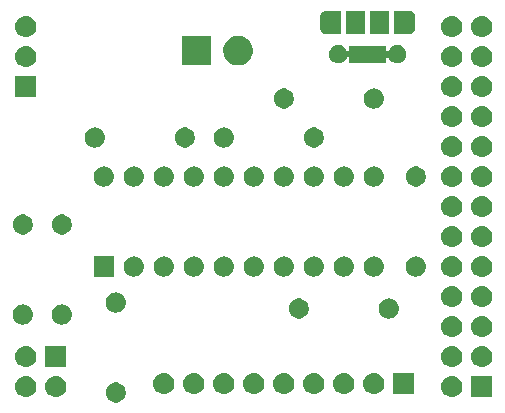
<source format=gbr>
G04 #@! TF.GenerationSoftware,KiCad,Pcbnew,(5.1.4)-1*
G04 #@! TF.CreationDate,2019-12-12T14:50:36-05:00*
G04 #@! TF.ProjectId,led_lock_ctrl,6c65645f-6c6f-4636-9b5f-6374726c2e6b,rev?*
G04 #@! TF.SameCoordinates,Original*
G04 #@! TF.FileFunction,Soldermask,Top*
G04 #@! TF.FilePolarity,Negative*
%FSLAX46Y46*%
G04 Gerber Fmt 4.6, Leading zero omitted, Abs format (unit mm)*
G04 Created by KiCad (PCBNEW (5.1.4)-1) date 2019-12-12 14:50:36*
%MOMM*%
%LPD*%
G04 APERTURE LIST*
%ADD10C,0.100000*%
G04 APERTURE END LIST*
D10*
G36*
X172460228Y-118815703D02*
G01*
X172615100Y-118879853D01*
X172754481Y-118972985D01*
X172873015Y-119091519D01*
X172966147Y-119230900D01*
X173030297Y-119385772D01*
X173063000Y-119550184D01*
X173063000Y-119717816D01*
X173030297Y-119882228D01*
X172966147Y-120037100D01*
X172873015Y-120176481D01*
X172754481Y-120295015D01*
X172615100Y-120388147D01*
X172460228Y-120452297D01*
X172295816Y-120485000D01*
X172128184Y-120485000D01*
X171963772Y-120452297D01*
X171808900Y-120388147D01*
X171669519Y-120295015D01*
X171550985Y-120176481D01*
X171457853Y-120037100D01*
X171393703Y-119882228D01*
X171361000Y-119717816D01*
X171361000Y-119550184D01*
X171393703Y-119385772D01*
X171457853Y-119230900D01*
X171550985Y-119091519D01*
X171669519Y-118972985D01*
X171808900Y-118879853D01*
X171963772Y-118815703D01*
X172128184Y-118783000D01*
X172295816Y-118783000D01*
X172460228Y-118815703D01*
X172460228Y-118815703D01*
G37*
G36*
X204101000Y-120027000D02*
G01*
X202299000Y-120027000D01*
X202299000Y-118225000D01*
X204101000Y-118225000D01*
X204101000Y-120027000D01*
X204101000Y-120027000D01*
G37*
G36*
X200770442Y-118231518D02*
G01*
X200836627Y-118238037D01*
X201006466Y-118289557D01*
X201162991Y-118373222D01*
X201198729Y-118402552D01*
X201300186Y-118485814D01*
X201383448Y-118587271D01*
X201412778Y-118623009D01*
X201496443Y-118779534D01*
X201547963Y-118949373D01*
X201565359Y-119126000D01*
X201547963Y-119302627D01*
X201496443Y-119472466D01*
X201412778Y-119628991D01*
X201383448Y-119664729D01*
X201300186Y-119766186D01*
X201198729Y-119849448D01*
X201162991Y-119878778D01*
X201006466Y-119962443D01*
X200836627Y-120013963D01*
X200770442Y-120020482D01*
X200704260Y-120027000D01*
X200615740Y-120027000D01*
X200549558Y-120020482D01*
X200483373Y-120013963D01*
X200313534Y-119962443D01*
X200157009Y-119878778D01*
X200121271Y-119849448D01*
X200019814Y-119766186D01*
X199936552Y-119664729D01*
X199907222Y-119628991D01*
X199823557Y-119472466D01*
X199772037Y-119302627D01*
X199754641Y-119126000D01*
X199772037Y-118949373D01*
X199823557Y-118779534D01*
X199907222Y-118623009D01*
X199936552Y-118587271D01*
X200019814Y-118485814D01*
X200121271Y-118402552D01*
X200157009Y-118373222D01*
X200313534Y-118289557D01*
X200483373Y-118238037D01*
X200549558Y-118231518D01*
X200615740Y-118225000D01*
X200704260Y-118225000D01*
X200770442Y-118231518D01*
X200770442Y-118231518D01*
G37*
G36*
X164702442Y-118231518D02*
G01*
X164768627Y-118238037D01*
X164938466Y-118289557D01*
X165094991Y-118373222D01*
X165130729Y-118402552D01*
X165232186Y-118485814D01*
X165315448Y-118587271D01*
X165344778Y-118623009D01*
X165428443Y-118779534D01*
X165479963Y-118949373D01*
X165497359Y-119126000D01*
X165479963Y-119302627D01*
X165428443Y-119472466D01*
X165344778Y-119628991D01*
X165315448Y-119664729D01*
X165232186Y-119766186D01*
X165130729Y-119849448D01*
X165094991Y-119878778D01*
X164938466Y-119962443D01*
X164768627Y-120013963D01*
X164702442Y-120020482D01*
X164636260Y-120027000D01*
X164547740Y-120027000D01*
X164481558Y-120020482D01*
X164415373Y-120013963D01*
X164245534Y-119962443D01*
X164089009Y-119878778D01*
X164053271Y-119849448D01*
X163951814Y-119766186D01*
X163868552Y-119664729D01*
X163839222Y-119628991D01*
X163755557Y-119472466D01*
X163704037Y-119302627D01*
X163686641Y-119126000D01*
X163704037Y-118949373D01*
X163755557Y-118779534D01*
X163839222Y-118623009D01*
X163868552Y-118587271D01*
X163951814Y-118485814D01*
X164053271Y-118402552D01*
X164089009Y-118373222D01*
X164245534Y-118289557D01*
X164415373Y-118238037D01*
X164481558Y-118231518D01*
X164547740Y-118225000D01*
X164636260Y-118225000D01*
X164702442Y-118231518D01*
X164702442Y-118231518D01*
G37*
G36*
X167242442Y-118231518D02*
G01*
X167308627Y-118238037D01*
X167478466Y-118289557D01*
X167634991Y-118373222D01*
X167670729Y-118402552D01*
X167772186Y-118485814D01*
X167855448Y-118587271D01*
X167884778Y-118623009D01*
X167968443Y-118779534D01*
X168019963Y-118949373D01*
X168037359Y-119126000D01*
X168019963Y-119302627D01*
X167968443Y-119472466D01*
X167884778Y-119628991D01*
X167855448Y-119664729D01*
X167772186Y-119766186D01*
X167670729Y-119849448D01*
X167634991Y-119878778D01*
X167478466Y-119962443D01*
X167308627Y-120013963D01*
X167242442Y-120020482D01*
X167176260Y-120027000D01*
X167087740Y-120027000D01*
X167021558Y-120020482D01*
X166955373Y-120013963D01*
X166785534Y-119962443D01*
X166629009Y-119878778D01*
X166593271Y-119849448D01*
X166491814Y-119766186D01*
X166408552Y-119664729D01*
X166379222Y-119628991D01*
X166295557Y-119472466D01*
X166244037Y-119302627D01*
X166226641Y-119126000D01*
X166244037Y-118949373D01*
X166295557Y-118779534D01*
X166379222Y-118623009D01*
X166408552Y-118587271D01*
X166491814Y-118485814D01*
X166593271Y-118402552D01*
X166629009Y-118373222D01*
X166785534Y-118289557D01*
X166955373Y-118238037D01*
X167021558Y-118231518D01*
X167087740Y-118225000D01*
X167176260Y-118225000D01*
X167242442Y-118231518D01*
X167242442Y-118231518D01*
G37*
G36*
X184006443Y-117977519D02*
G01*
X184072627Y-117984037D01*
X184242466Y-118035557D01*
X184398991Y-118119222D01*
X184434729Y-118148552D01*
X184536186Y-118231814D01*
X184619448Y-118333271D01*
X184648778Y-118369009D01*
X184732443Y-118525534D01*
X184783963Y-118695373D01*
X184801359Y-118872000D01*
X184783963Y-119048627D01*
X184732443Y-119218466D01*
X184648778Y-119374991D01*
X184639931Y-119385771D01*
X184536186Y-119512186D01*
X184434729Y-119595448D01*
X184398991Y-119624778D01*
X184242466Y-119708443D01*
X184072627Y-119759963D01*
X184009453Y-119766185D01*
X183940260Y-119773000D01*
X183851740Y-119773000D01*
X183782547Y-119766185D01*
X183719373Y-119759963D01*
X183549534Y-119708443D01*
X183393009Y-119624778D01*
X183357271Y-119595448D01*
X183255814Y-119512186D01*
X183152069Y-119385771D01*
X183143222Y-119374991D01*
X183059557Y-119218466D01*
X183008037Y-119048627D01*
X182990641Y-118872000D01*
X183008037Y-118695373D01*
X183059557Y-118525534D01*
X183143222Y-118369009D01*
X183172552Y-118333271D01*
X183255814Y-118231814D01*
X183357271Y-118148552D01*
X183393009Y-118119222D01*
X183549534Y-118035557D01*
X183719373Y-117984037D01*
X183785557Y-117977519D01*
X183851740Y-117971000D01*
X183940260Y-117971000D01*
X184006443Y-117977519D01*
X184006443Y-117977519D01*
G37*
G36*
X186546443Y-117977519D02*
G01*
X186612627Y-117984037D01*
X186782466Y-118035557D01*
X186938991Y-118119222D01*
X186974729Y-118148552D01*
X187076186Y-118231814D01*
X187159448Y-118333271D01*
X187188778Y-118369009D01*
X187272443Y-118525534D01*
X187323963Y-118695373D01*
X187341359Y-118872000D01*
X187323963Y-119048627D01*
X187272443Y-119218466D01*
X187188778Y-119374991D01*
X187179931Y-119385771D01*
X187076186Y-119512186D01*
X186974729Y-119595448D01*
X186938991Y-119624778D01*
X186782466Y-119708443D01*
X186612627Y-119759963D01*
X186549453Y-119766185D01*
X186480260Y-119773000D01*
X186391740Y-119773000D01*
X186322547Y-119766185D01*
X186259373Y-119759963D01*
X186089534Y-119708443D01*
X185933009Y-119624778D01*
X185897271Y-119595448D01*
X185795814Y-119512186D01*
X185692069Y-119385771D01*
X185683222Y-119374991D01*
X185599557Y-119218466D01*
X185548037Y-119048627D01*
X185530641Y-118872000D01*
X185548037Y-118695373D01*
X185599557Y-118525534D01*
X185683222Y-118369009D01*
X185712552Y-118333271D01*
X185795814Y-118231814D01*
X185897271Y-118148552D01*
X185933009Y-118119222D01*
X186089534Y-118035557D01*
X186259373Y-117984037D01*
X186325557Y-117977519D01*
X186391740Y-117971000D01*
X186480260Y-117971000D01*
X186546443Y-117977519D01*
X186546443Y-117977519D01*
G37*
G36*
X189086443Y-117977519D02*
G01*
X189152627Y-117984037D01*
X189322466Y-118035557D01*
X189478991Y-118119222D01*
X189514729Y-118148552D01*
X189616186Y-118231814D01*
X189699448Y-118333271D01*
X189728778Y-118369009D01*
X189812443Y-118525534D01*
X189863963Y-118695373D01*
X189881359Y-118872000D01*
X189863963Y-119048627D01*
X189812443Y-119218466D01*
X189728778Y-119374991D01*
X189719931Y-119385771D01*
X189616186Y-119512186D01*
X189514729Y-119595448D01*
X189478991Y-119624778D01*
X189322466Y-119708443D01*
X189152627Y-119759963D01*
X189089453Y-119766185D01*
X189020260Y-119773000D01*
X188931740Y-119773000D01*
X188862547Y-119766185D01*
X188799373Y-119759963D01*
X188629534Y-119708443D01*
X188473009Y-119624778D01*
X188437271Y-119595448D01*
X188335814Y-119512186D01*
X188232069Y-119385771D01*
X188223222Y-119374991D01*
X188139557Y-119218466D01*
X188088037Y-119048627D01*
X188070641Y-118872000D01*
X188088037Y-118695373D01*
X188139557Y-118525534D01*
X188223222Y-118369009D01*
X188252552Y-118333271D01*
X188335814Y-118231814D01*
X188437271Y-118148552D01*
X188473009Y-118119222D01*
X188629534Y-118035557D01*
X188799373Y-117984037D01*
X188865557Y-117977519D01*
X188931740Y-117971000D01*
X189020260Y-117971000D01*
X189086443Y-117977519D01*
X189086443Y-117977519D01*
G37*
G36*
X191626443Y-117977519D02*
G01*
X191692627Y-117984037D01*
X191862466Y-118035557D01*
X192018991Y-118119222D01*
X192054729Y-118148552D01*
X192156186Y-118231814D01*
X192239448Y-118333271D01*
X192268778Y-118369009D01*
X192352443Y-118525534D01*
X192403963Y-118695373D01*
X192421359Y-118872000D01*
X192403963Y-119048627D01*
X192352443Y-119218466D01*
X192268778Y-119374991D01*
X192259931Y-119385771D01*
X192156186Y-119512186D01*
X192054729Y-119595448D01*
X192018991Y-119624778D01*
X191862466Y-119708443D01*
X191692627Y-119759963D01*
X191629453Y-119766185D01*
X191560260Y-119773000D01*
X191471740Y-119773000D01*
X191402547Y-119766185D01*
X191339373Y-119759963D01*
X191169534Y-119708443D01*
X191013009Y-119624778D01*
X190977271Y-119595448D01*
X190875814Y-119512186D01*
X190772069Y-119385771D01*
X190763222Y-119374991D01*
X190679557Y-119218466D01*
X190628037Y-119048627D01*
X190610641Y-118872000D01*
X190628037Y-118695373D01*
X190679557Y-118525534D01*
X190763222Y-118369009D01*
X190792552Y-118333271D01*
X190875814Y-118231814D01*
X190977271Y-118148552D01*
X191013009Y-118119222D01*
X191169534Y-118035557D01*
X191339373Y-117984037D01*
X191405557Y-117977519D01*
X191471740Y-117971000D01*
X191560260Y-117971000D01*
X191626443Y-117977519D01*
X191626443Y-117977519D01*
G37*
G36*
X194166443Y-117977519D02*
G01*
X194232627Y-117984037D01*
X194402466Y-118035557D01*
X194558991Y-118119222D01*
X194594729Y-118148552D01*
X194696186Y-118231814D01*
X194779448Y-118333271D01*
X194808778Y-118369009D01*
X194892443Y-118525534D01*
X194943963Y-118695373D01*
X194961359Y-118872000D01*
X194943963Y-119048627D01*
X194892443Y-119218466D01*
X194808778Y-119374991D01*
X194799931Y-119385771D01*
X194696186Y-119512186D01*
X194594729Y-119595448D01*
X194558991Y-119624778D01*
X194402466Y-119708443D01*
X194232627Y-119759963D01*
X194169453Y-119766185D01*
X194100260Y-119773000D01*
X194011740Y-119773000D01*
X193942547Y-119766185D01*
X193879373Y-119759963D01*
X193709534Y-119708443D01*
X193553009Y-119624778D01*
X193517271Y-119595448D01*
X193415814Y-119512186D01*
X193312069Y-119385771D01*
X193303222Y-119374991D01*
X193219557Y-119218466D01*
X193168037Y-119048627D01*
X193150641Y-118872000D01*
X193168037Y-118695373D01*
X193219557Y-118525534D01*
X193303222Y-118369009D01*
X193332552Y-118333271D01*
X193415814Y-118231814D01*
X193517271Y-118148552D01*
X193553009Y-118119222D01*
X193709534Y-118035557D01*
X193879373Y-117984037D01*
X193945557Y-117977519D01*
X194011740Y-117971000D01*
X194100260Y-117971000D01*
X194166443Y-117977519D01*
X194166443Y-117977519D01*
G37*
G36*
X197497000Y-119773000D02*
G01*
X195695000Y-119773000D01*
X195695000Y-117971000D01*
X197497000Y-117971000D01*
X197497000Y-119773000D01*
X197497000Y-119773000D01*
G37*
G36*
X178926443Y-117977519D02*
G01*
X178992627Y-117984037D01*
X179162466Y-118035557D01*
X179318991Y-118119222D01*
X179354729Y-118148552D01*
X179456186Y-118231814D01*
X179539448Y-118333271D01*
X179568778Y-118369009D01*
X179652443Y-118525534D01*
X179703963Y-118695373D01*
X179721359Y-118872000D01*
X179703963Y-119048627D01*
X179652443Y-119218466D01*
X179568778Y-119374991D01*
X179559931Y-119385771D01*
X179456186Y-119512186D01*
X179354729Y-119595448D01*
X179318991Y-119624778D01*
X179162466Y-119708443D01*
X178992627Y-119759963D01*
X178929453Y-119766185D01*
X178860260Y-119773000D01*
X178771740Y-119773000D01*
X178702547Y-119766185D01*
X178639373Y-119759963D01*
X178469534Y-119708443D01*
X178313009Y-119624778D01*
X178277271Y-119595448D01*
X178175814Y-119512186D01*
X178072069Y-119385771D01*
X178063222Y-119374991D01*
X177979557Y-119218466D01*
X177928037Y-119048627D01*
X177910641Y-118872000D01*
X177928037Y-118695373D01*
X177979557Y-118525534D01*
X178063222Y-118369009D01*
X178092552Y-118333271D01*
X178175814Y-118231814D01*
X178277271Y-118148552D01*
X178313009Y-118119222D01*
X178469534Y-118035557D01*
X178639373Y-117984037D01*
X178705557Y-117977519D01*
X178771740Y-117971000D01*
X178860260Y-117971000D01*
X178926443Y-117977519D01*
X178926443Y-117977519D01*
G37*
G36*
X176386443Y-117977519D02*
G01*
X176452627Y-117984037D01*
X176622466Y-118035557D01*
X176778991Y-118119222D01*
X176814729Y-118148552D01*
X176916186Y-118231814D01*
X176999448Y-118333271D01*
X177028778Y-118369009D01*
X177112443Y-118525534D01*
X177163963Y-118695373D01*
X177181359Y-118872000D01*
X177163963Y-119048627D01*
X177112443Y-119218466D01*
X177028778Y-119374991D01*
X177019931Y-119385771D01*
X176916186Y-119512186D01*
X176814729Y-119595448D01*
X176778991Y-119624778D01*
X176622466Y-119708443D01*
X176452627Y-119759963D01*
X176389453Y-119766185D01*
X176320260Y-119773000D01*
X176231740Y-119773000D01*
X176162547Y-119766185D01*
X176099373Y-119759963D01*
X175929534Y-119708443D01*
X175773009Y-119624778D01*
X175737271Y-119595448D01*
X175635814Y-119512186D01*
X175532069Y-119385771D01*
X175523222Y-119374991D01*
X175439557Y-119218466D01*
X175388037Y-119048627D01*
X175370641Y-118872000D01*
X175388037Y-118695373D01*
X175439557Y-118525534D01*
X175523222Y-118369009D01*
X175552552Y-118333271D01*
X175635814Y-118231814D01*
X175737271Y-118148552D01*
X175773009Y-118119222D01*
X175929534Y-118035557D01*
X176099373Y-117984037D01*
X176165557Y-117977519D01*
X176231740Y-117971000D01*
X176320260Y-117971000D01*
X176386443Y-117977519D01*
X176386443Y-117977519D01*
G37*
G36*
X181466443Y-117977519D02*
G01*
X181532627Y-117984037D01*
X181702466Y-118035557D01*
X181858991Y-118119222D01*
X181894729Y-118148552D01*
X181996186Y-118231814D01*
X182079448Y-118333271D01*
X182108778Y-118369009D01*
X182192443Y-118525534D01*
X182243963Y-118695373D01*
X182261359Y-118872000D01*
X182243963Y-119048627D01*
X182192443Y-119218466D01*
X182108778Y-119374991D01*
X182099931Y-119385771D01*
X181996186Y-119512186D01*
X181894729Y-119595448D01*
X181858991Y-119624778D01*
X181702466Y-119708443D01*
X181532627Y-119759963D01*
X181469453Y-119766185D01*
X181400260Y-119773000D01*
X181311740Y-119773000D01*
X181242547Y-119766185D01*
X181179373Y-119759963D01*
X181009534Y-119708443D01*
X180853009Y-119624778D01*
X180817271Y-119595448D01*
X180715814Y-119512186D01*
X180612069Y-119385771D01*
X180603222Y-119374991D01*
X180519557Y-119218466D01*
X180468037Y-119048627D01*
X180450641Y-118872000D01*
X180468037Y-118695373D01*
X180519557Y-118525534D01*
X180603222Y-118369009D01*
X180632552Y-118333271D01*
X180715814Y-118231814D01*
X180817271Y-118148552D01*
X180853009Y-118119222D01*
X181009534Y-118035557D01*
X181179373Y-117984037D01*
X181245557Y-117977519D01*
X181311740Y-117971000D01*
X181400260Y-117971000D01*
X181466443Y-117977519D01*
X181466443Y-117977519D01*
G37*
G36*
X164702443Y-115691519D02*
G01*
X164768627Y-115698037D01*
X164938466Y-115749557D01*
X165094991Y-115833222D01*
X165130729Y-115862552D01*
X165232186Y-115945814D01*
X165315448Y-116047271D01*
X165344778Y-116083009D01*
X165428443Y-116239534D01*
X165479963Y-116409373D01*
X165497359Y-116586000D01*
X165479963Y-116762627D01*
X165428443Y-116932466D01*
X165344778Y-117088991D01*
X165315448Y-117124729D01*
X165232186Y-117226186D01*
X165130729Y-117309448D01*
X165094991Y-117338778D01*
X164938466Y-117422443D01*
X164768627Y-117473963D01*
X164702442Y-117480482D01*
X164636260Y-117487000D01*
X164547740Y-117487000D01*
X164481558Y-117480482D01*
X164415373Y-117473963D01*
X164245534Y-117422443D01*
X164089009Y-117338778D01*
X164053271Y-117309448D01*
X163951814Y-117226186D01*
X163868552Y-117124729D01*
X163839222Y-117088991D01*
X163755557Y-116932466D01*
X163704037Y-116762627D01*
X163686641Y-116586000D01*
X163704037Y-116409373D01*
X163755557Y-116239534D01*
X163839222Y-116083009D01*
X163868552Y-116047271D01*
X163951814Y-115945814D01*
X164053271Y-115862552D01*
X164089009Y-115833222D01*
X164245534Y-115749557D01*
X164415373Y-115698037D01*
X164481557Y-115691519D01*
X164547740Y-115685000D01*
X164636260Y-115685000D01*
X164702443Y-115691519D01*
X164702443Y-115691519D01*
G37*
G36*
X203310443Y-115691519D02*
G01*
X203376627Y-115698037D01*
X203546466Y-115749557D01*
X203702991Y-115833222D01*
X203738729Y-115862552D01*
X203840186Y-115945814D01*
X203923448Y-116047271D01*
X203952778Y-116083009D01*
X204036443Y-116239534D01*
X204087963Y-116409373D01*
X204105359Y-116586000D01*
X204087963Y-116762627D01*
X204036443Y-116932466D01*
X203952778Y-117088991D01*
X203923448Y-117124729D01*
X203840186Y-117226186D01*
X203738729Y-117309448D01*
X203702991Y-117338778D01*
X203546466Y-117422443D01*
X203376627Y-117473963D01*
X203310442Y-117480482D01*
X203244260Y-117487000D01*
X203155740Y-117487000D01*
X203089558Y-117480482D01*
X203023373Y-117473963D01*
X202853534Y-117422443D01*
X202697009Y-117338778D01*
X202661271Y-117309448D01*
X202559814Y-117226186D01*
X202476552Y-117124729D01*
X202447222Y-117088991D01*
X202363557Y-116932466D01*
X202312037Y-116762627D01*
X202294641Y-116586000D01*
X202312037Y-116409373D01*
X202363557Y-116239534D01*
X202447222Y-116083009D01*
X202476552Y-116047271D01*
X202559814Y-115945814D01*
X202661271Y-115862552D01*
X202697009Y-115833222D01*
X202853534Y-115749557D01*
X203023373Y-115698037D01*
X203089557Y-115691519D01*
X203155740Y-115685000D01*
X203244260Y-115685000D01*
X203310443Y-115691519D01*
X203310443Y-115691519D01*
G37*
G36*
X200770443Y-115691519D02*
G01*
X200836627Y-115698037D01*
X201006466Y-115749557D01*
X201162991Y-115833222D01*
X201198729Y-115862552D01*
X201300186Y-115945814D01*
X201383448Y-116047271D01*
X201412778Y-116083009D01*
X201496443Y-116239534D01*
X201547963Y-116409373D01*
X201565359Y-116586000D01*
X201547963Y-116762627D01*
X201496443Y-116932466D01*
X201412778Y-117088991D01*
X201383448Y-117124729D01*
X201300186Y-117226186D01*
X201198729Y-117309448D01*
X201162991Y-117338778D01*
X201006466Y-117422443D01*
X200836627Y-117473963D01*
X200770442Y-117480482D01*
X200704260Y-117487000D01*
X200615740Y-117487000D01*
X200549558Y-117480482D01*
X200483373Y-117473963D01*
X200313534Y-117422443D01*
X200157009Y-117338778D01*
X200121271Y-117309448D01*
X200019814Y-117226186D01*
X199936552Y-117124729D01*
X199907222Y-117088991D01*
X199823557Y-116932466D01*
X199772037Y-116762627D01*
X199754641Y-116586000D01*
X199772037Y-116409373D01*
X199823557Y-116239534D01*
X199907222Y-116083009D01*
X199936552Y-116047271D01*
X200019814Y-115945814D01*
X200121271Y-115862552D01*
X200157009Y-115833222D01*
X200313534Y-115749557D01*
X200483373Y-115698037D01*
X200549557Y-115691519D01*
X200615740Y-115685000D01*
X200704260Y-115685000D01*
X200770443Y-115691519D01*
X200770443Y-115691519D01*
G37*
G36*
X168033000Y-117487000D02*
G01*
X166231000Y-117487000D01*
X166231000Y-115685000D01*
X168033000Y-115685000D01*
X168033000Y-117487000D01*
X168033000Y-117487000D01*
G37*
G36*
X203310442Y-113151518D02*
G01*
X203376627Y-113158037D01*
X203546466Y-113209557D01*
X203702991Y-113293222D01*
X203725901Y-113312024D01*
X203840186Y-113405814D01*
X203921647Y-113505076D01*
X203952778Y-113543009D01*
X204036443Y-113699534D01*
X204087963Y-113869373D01*
X204105359Y-114046000D01*
X204087963Y-114222627D01*
X204036443Y-114392466D01*
X203952778Y-114548991D01*
X203923448Y-114584729D01*
X203840186Y-114686186D01*
X203738729Y-114769448D01*
X203702991Y-114798778D01*
X203546466Y-114882443D01*
X203376627Y-114933963D01*
X203310442Y-114940482D01*
X203244260Y-114947000D01*
X203155740Y-114947000D01*
X203089558Y-114940482D01*
X203023373Y-114933963D01*
X202853534Y-114882443D01*
X202697009Y-114798778D01*
X202661271Y-114769448D01*
X202559814Y-114686186D01*
X202476552Y-114584729D01*
X202447222Y-114548991D01*
X202363557Y-114392466D01*
X202312037Y-114222627D01*
X202294641Y-114046000D01*
X202312037Y-113869373D01*
X202363557Y-113699534D01*
X202447222Y-113543009D01*
X202478353Y-113505076D01*
X202559814Y-113405814D01*
X202674099Y-113312024D01*
X202697009Y-113293222D01*
X202853534Y-113209557D01*
X203023373Y-113158037D01*
X203089558Y-113151518D01*
X203155740Y-113145000D01*
X203244260Y-113145000D01*
X203310442Y-113151518D01*
X203310442Y-113151518D01*
G37*
G36*
X200770442Y-113151518D02*
G01*
X200836627Y-113158037D01*
X201006466Y-113209557D01*
X201162991Y-113293222D01*
X201185901Y-113312024D01*
X201300186Y-113405814D01*
X201381647Y-113505076D01*
X201412778Y-113543009D01*
X201496443Y-113699534D01*
X201547963Y-113869373D01*
X201565359Y-114046000D01*
X201547963Y-114222627D01*
X201496443Y-114392466D01*
X201412778Y-114548991D01*
X201383448Y-114584729D01*
X201300186Y-114686186D01*
X201198729Y-114769448D01*
X201162991Y-114798778D01*
X201006466Y-114882443D01*
X200836627Y-114933963D01*
X200770442Y-114940482D01*
X200704260Y-114947000D01*
X200615740Y-114947000D01*
X200549558Y-114940482D01*
X200483373Y-114933963D01*
X200313534Y-114882443D01*
X200157009Y-114798778D01*
X200121271Y-114769448D01*
X200019814Y-114686186D01*
X199936552Y-114584729D01*
X199907222Y-114548991D01*
X199823557Y-114392466D01*
X199772037Y-114222627D01*
X199754641Y-114046000D01*
X199772037Y-113869373D01*
X199823557Y-113699534D01*
X199907222Y-113543009D01*
X199938353Y-113505076D01*
X200019814Y-113405814D01*
X200134099Y-113312024D01*
X200157009Y-113293222D01*
X200313534Y-113209557D01*
X200483373Y-113158037D01*
X200549558Y-113151518D01*
X200615740Y-113145000D01*
X200704260Y-113145000D01*
X200770442Y-113151518D01*
X200770442Y-113151518D01*
G37*
G36*
X167806823Y-112191313D02*
G01*
X167967242Y-112239976D01*
X168099906Y-112310886D01*
X168115078Y-112318996D01*
X168244659Y-112425341D01*
X168351004Y-112554922D01*
X168351005Y-112554924D01*
X168430024Y-112702758D01*
X168478687Y-112863177D01*
X168495117Y-113030000D01*
X168478687Y-113196823D01*
X168430024Y-113357242D01*
X168404061Y-113405815D01*
X168351004Y-113505078D01*
X168244659Y-113634659D01*
X168115078Y-113741004D01*
X168115076Y-113741005D01*
X167967242Y-113820024D01*
X167806823Y-113868687D01*
X167681804Y-113881000D01*
X167598196Y-113881000D01*
X167473177Y-113868687D01*
X167312758Y-113820024D01*
X167164924Y-113741005D01*
X167164922Y-113741004D01*
X167035341Y-113634659D01*
X166928996Y-113505078D01*
X166875939Y-113405815D01*
X166849976Y-113357242D01*
X166801313Y-113196823D01*
X166784883Y-113030000D01*
X166801313Y-112863177D01*
X166849976Y-112702758D01*
X166928995Y-112554924D01*
X166928996Y-112554922D01*
X167035341Y-112425341D01*
X167164922Y-112318996D01*
X167180094Y-112310886D01*
X167312758Y-112239976D01*
X167473177Y-112191313D01*
X167598196Y-112179000D01*
X167681804Y-112179000D01*
X167806823Y-112191313D01*
X167806823Y-112191313D01*
G37*
G36*
X164504823Y-112191313D02*
G01*
X164665242Y-112239976D01*
X164797906Y-112310886D01*
X164813078Y-112318996D01*
X164942659Y-112425341D01*
X165049004Y-112554922D01*
X165049005Y-112554924D01*
X165128024Y-112702758D01*
X165176687Y-112863177D01*
X165193117Y-113030000D01*
X165176687Y-113196823D01*
X165128024Y-113357242D01*
X165102061Y-113405815D01*
X165049004Y-113505078D01*
X164942659Y-113634659D01*
X164813078Y-113741004D01*
X164813076Y-113741005D01*
X164665242Y-113820024D01*
X164504823Y-113868687D01*
X164379804Y-113881000D01*
X164296196Y-113881000D01*
X164171177Y-113868687D01*
X164010758Y-113820024D01*
X163862924Y-113741005D01*
X163862922Y-113741004D01*
X163733341Y-113634659D01*
X163626996Y-113505078D01*
X163573939Y-113405815D01*
X163547976Y-113357242D01*
X163499313Y-113196823D01*
X163482883Y-113030000D01*
X163499313Y-112863177D01*
X163547976Y-112702758D01*
X163626995Y-112554924D01*
X163626996Y-112554922D01*
X163733341Y-112425341D01*
X163862922Y-112318996D01*
X163878094Y-112310886D01*
X164010758Y-112239976D01*
X164171177Y-112191313D01*
X164296196Y-112179000D01*
X164379804Y-112179000D01*
X164504823Y-112191313D01*
X164504823Y-112191313D01*
G37*
G36*
X195492823Y-111683313D02*
G01*
X195653242Y-111731976D01*
X195720361Y-111767852D01*
X195801078Y-111810996D01*
X195930659Y-111917341D01*
X196037004Y-112046922D01*
X196037005Y-112046924D01*
X196116024Y-112194758D01*
X196164687Y-112355177D01*
X196181117Y-112522000D01*
X196164687Y-112688823D01*
X196116024Y-112849242D01*
X196075477Y-112925100D01*
X196037004Y-112997078D01*
X195930659Y-113126659D01*
X195801078Y-113233004D01*
X195801076Y-113233005D01*
X195653242Y-113312024D01*
X195492823Y-113360687D01*
X195367804Y-113373000D01*
X195284196Y-113373000D01*
X195159177Y-113360687D01*
X194998758Y-113312024D01*
X194850924Y-113233005D01*
X194850922Y-113233004D01*
X194721341Y-113126659D01*
X194614996Y-112997078D01*
X194576523Y-112925100D01*
X194535976Y-112849242D01*
X194487313Y-112688823D01*
X194470883Y-112522000D01*
X194487313Y-112355177D01*
X194535976Y-112194758D01*
X194614995Y-112046924D01*
X194614996Y-112046922D01*
X194721341Y-111917341D01*
X194850922Y-111810996D01*
X194931639Y-111767852D01*
X194998758Y-111731976D01*
X195159177Y-111683313D01*
X195284196Y-111671000D01*
X195367804Y-111671000D01*
X195492823Y-111683313D01*
X195492823Y-111683313D01*
G37*
G36*
X187954228Y-111703703D02*
G01*
X188109100Y-111767853D01*
X188248481Y-111860985D01*
X188367015Y-111979519D01*
X188460147Y-112118900D01*
X188524297Y-112273772D01*
X188557000Y-112438184D01*
X188557000Y-112605816D01*
X188524297Y-112770228D01*
X188460147Y-112925100D01*
X188367015Y-113064481D01*
X188248481Y-113183015D01*
X188109100Y-113276147D01*
X187954228Y-113340297D01*
X187789816Y-113373000D01*
X187622184Y-113373000D01*
X187457772Y-113340297D01*
X187302900Y-113276147D01*
X187163519Y-113183015D01*
X187044985Y-113064481D01*
X186951853Y-112925100D01*
X186887703Y-112770228D01*
X186855000Y-112605816D01*
X186855000Y-112438184D01*
X186887703Y-112273772D01*
X186951853Y-112118900D01*
X187044985Y-111979519D01*
X187163519Y-111860985D01*
X187302900Y-111767853D01*
X187457772Y-111703703D01*
X187622184Y-111671000D01*
X187789816Y-111671000D01*
X187954228Y-111703703D01*
X187954228Y-111703703D01*
G37*
G36*
X172378823Y-111175313D02*
G01*
X172539242Y-111223976D01*
X172671906Y-111294886D01*
X172687078Y-111302996D01*
X172816659Y-111409341D01*
X172923004Y-111538922D01*
X172923005Y-111538924D01*
X173002024Y-111686758D01*
X173050687Y-111847177D01*
X173067117Y-112014000D01*
X173050687Y-112180823D01*
X173002024Y-112341242D01*
X172957072Y-112425341D01*
X172923004Y-112489078D01*
X172816659Y-112618659D01*
X172687078Y-112725004D01*
X172687076Y-112725005D01*
X172539242Y-112804024D01*
X172378823Y-112852687D01*
X172253804Y-112865000D01*
X172170196Y-112865000D01*
X172045177Y-112852687D01*
X171884758Y-112804024D01*
X171736924Y-112725005D01*
X171736922Y-112725004D01*
X171607341Y-112618659D01*
X171500996Y-112489078D01*
X171466928Y-112425341D01*
X171421976Y-112341242D01*
X171373313Y-112180823D01*
X171356883Y-112014000D01*
X171373313Y-111847177D01*
X171421976Y-111686758D01*
X171500995Y-111538924D01*
X171500996Y-111538922D01*
X171607341Y-111409341D01*
X171736922Y-111302996D01*
X171752094Y-111294886D01*
X171884758Y-111223976D01*
X172045177Y-111175313D01*
X172170196Y-111163000D01*
X172253804Y-111163000D01*
X172378823Y-111175313D01*
X172378823Y-111175313D01*
G37*
G36*
X203310443Y-110611519D02*
G01*
X203376627Y-110618037D01*
X203546466Y-110669557D01*
X203702991Y-110753222D01*
X203738729Y-110782552D01*
X203840186Y-110865814D01*
X203923448Y-110967271D01*
X203952778Y-111003009D01*
X204036443Y-111159534D01*
X204087963Y-111329373D01*
X204105359Y-111506000D01*
X204087963Y-111682627D01*
X204038048Y-111847175D01*
X204036442Y-111852468D01*
X204001766Y-111917341D01*
X203952778Y-112008991D01*
X203948667Y-112014000D01*
X203840186Y-112146186D01*
X203738729Y-112229448D01*
X203702991Y-112258778D01*
X203546466Y-112342443D01*
X203376627Y-112393963D01*
X203310443Y-112400481D01*
X203244260Y-112407000D01*
X203155740Y-112407000D01*
X203089557Y-112400481D01*
X203023373Y-112393963D01*
X202853534Y-112342443D01*
X202697009Y-112258778D01*
X202661271Y-112229448D01*
X202559814Y-112146186D01*
X202451333Y-112014000D01*
X202447222Y-112008991D01*
X202398234Y-111917341D01*
X202363558Y-111852468D01*
X202361952Y-111847175D01*
X202312037Y-111682627D01*
X202294641Y-111506000D01*
X202312037Y-111329373D01*
X202363557Y-111159534D01*
X202447222Y-111003009D01*
X202476552Y-110967271D01*
X202559814Y-110865814D01*
X202661271Y-110782552D01*
X202697009Y-110753222D01*
X202853534Y-110669557D01*
X203023373Y-110618037D01*
X203089557Y-110611519D01*
X203155740Y-110605000D01*
X203244260Y-110605000D01*
X203310443Y-110611519D01*
X203310443Y-110611519D01*
G37*
G36*
X200770443Y-110611519D02*
G01*
X200836627Y-110618037D01*
X201006466Y-110669557D01*
X201162991Y-110753222D01*
X201198729Y-110782552D01*
X201300186Y-110865814D01*
X201383448Y-110967271D01*
X201412778Y-111003009D01*
X201496443Y-111159534D01*
X201547963Y-111329373D01*
X201565359Y-111506000D01*
X201547963Y-111682627D01*
X201498048Y-111847175D01*
X201496442Y-111852468D01*
X201461766Y-111917341D01*
X201412778Y-112008991D01*
X201408667Y-112014000D01*
X201300186Y-112146186D01*
X201198729Y-112229448D01*
X201162991Y-112258778D01*
X201006466Y-112342443D01*
X200836627Y-112393963D01*
X200770443Y-112400481D01*
X200704260Y-112407000D01*
X200615740Y-112407000D01*
X200549557Y-112400481D01*
X200483373Y-112393963D01*
X200313534Y-112342443D01*
X200157009Y-112258778D01*
X200121271Y-112229448D01*
X200019814Y-112146186D01*
X199911333Y-112014000D01*
X199907222Y-112008991D01*
X199858234Y-111917341D01*
X199823558Y-111852468D01*
X199821952Y-111847175D01*
X199772037Y-111682627D01*
X199754641Y-111506000D01*
X199772037Y-111329373D01*
X199823557Y-111159534D01*
X199907222Y-111003009D01*
X199936552Y-110967271D01*
X200019814Y-110865814D01*
X200121271Y-110782552D01*
X200157009Y-110753222D01*
X200313534Y-110669557D01*
X200483373Y-110618037D01*
X200549557Y-110611519D01*
X200615740Y-110605000D01*
X200704260Y-110605000D01*
X200770443Y-110611519D01*
X200770443Y-110611519D01*
G37*
G36*
X203310443Y-108071519D02*
G01*
X203376627Y-108078037D01*
X203546466Y-108129557D01*
X203702991Y-108213222D01*
X203738729Y-108242552D01*
X203840186Y-108325814D01*
X203923448Y-108427271D01*
X203952778Y-108463009D01*
X204036443Y-108619534D01*
X204087963Y-108789373D01*
X204105359Y-108966000D01*
X204087963Y-109142627D01*
X204036443Y-109312466D01*
X203952778Y-109468991D01*
X203923448Y-109504729D01*
X203840186Y-109606186D01*
X203738729Y-109689448D01*
X203702991Y-109718778D01*
X203546466Y-109802443D01*
X203376627Y-109853963D01*
X203310443Y-109860481D01*
X203244260Y-109867000D01*
X203155740Y-109867000D01*
X203089557Y-109860481D01*
X203023373Y-109853963D01*
X202853534Y-109802443D01*
X202697009Y-109718778D01*
X202661271Y-109689448D01*
X202559814Y-109606186D01*
X202476552Y-109504729D01*
X202447222Y-109468991D01*
X202363557Y-109312466D01*
X202312037Y-109142627D01*
X202294641Y-108966000D01*
X202312037Y-108789373D01*
X202363557Y-108619534D01*
X202447222Y-108463009D01*
X202476552Y-108427271D01*
X202559814Y-108325814D01*
X202661271Y-108242552D01*
X202697009Y-108213222D01*
X202853534Y-108129557D01*
X203023373Y-108078037D01*
X203089557Y-108071519D01*
X203155740Y-108065000D01*
X203244260Y-108065000D01*
X203310443Y-108071519D01*
X203310443Y-108071519D01*
G37*
G36*
X200770443Y-108071519D02*
G01*
X200836627Y-108078037D01*
X201006466Y-108129557D01*
X201162991Y-108213222D01*
X201198729Y-108242552D01*
X201300186Y-108325814D01*
X201383448Y-108427271D01*
X201412778Y-108463009D01*
X201496443Y-108619534D01*
X201547963Y-108789373D01*
X201565359Y-108966000D01*
X201547963Y-109142627D01*
X201496443Y-109312466D01*
X201412778Y-109468991D01*
X201383448Y-109504729D01*
X201300186Y-109606186D01*
X201198729Y-109689448D01*
X201162991Y-109718778D01*
X201006466Y-109802443D01*
X200836627Y-109853963D01*
X200770443Y-109860481D01*
X200704260Y-109867000D01*
X200615740Y-109867000D01*
X200549557Y-109860481D01*
X200483373Y-109853963D01*
X200313534Y-109802443D01*
X200157009Y-109718778D01*
X200121271Y-109689448D01*
X200019814Y-109606186D01*
X199936552Y-109504729D01*
X199907222Y-109468991D01*
X199823557Y-109312466D01*
X199772037Y-109142627D01*
X199754641Y-108966000D01*
X199772037Y-108789373D01*
X199823557Y-108619534D01*
X199907222Y-108463009D01*
X199936552Y-108427271D01*
X200019814Y-108325814D01*
X200121271Y-108242552D01*
X200157009Y-108213222D01*
X200313534Y-108129557D01*
X200483373Y-108078037D01*
X200549557Y-108071519D01*
X200615740Y-108065000D01*
X200704260Y-108065000D01*
X200770443Y-108071519D01*
X200770443Y-108071519D01*
G37*
G36*
X189142823Y-108127313D02*
G01*
X189303242Y-108175976D01*
X189372922Y-108213221D01*
X189451078Y-108254996D01*
X189580659Y-108361341D01*
X189687004Y-108490922D01*
X189687005Y-108490924D01*
X189766024Y-108638758D01*
X189814687Y-108799177D01*
X189831117Y-108966000D01*
X189814687Y-109132823D01*
X189766024Y-109293242D01*
X189755747Y-109312468D01*
X189687004Y-109441078D01*
X189580659Y-109570659D01*
X189451078Y-109677004D01*
X189451076Y-109677005D01*
X189303242Y-109756024D01*
X189142823Y-109804687D01*
X189017804Y-109817000D01*
X188934196Y-109817000D01*
X188809177Y-109804687D01*
X188648758Y-109756024D01*
X188500924Y-109677005D01*
X188500922Y-109677004D01*
X188371341Y-109570659D01*
X188264996Y-109441078D01*
X188196253Y-109312468D01*
X188185976Y-109293242D01*
X188137313Y-109132823D01*
X188120883Y-108966000D01*
X188137313Y-108799177D01*
X188185976Y-108638758D01*
X188264995Y-108490924D01*
X188264996Y-108490922D01*
X188371341Y-108361341D01*
X188500922Y-108254996D01*
X188579078Y-108213221D01*
X188648758Y-108175976D01*
X188809177Y-108127313D01*
X188934196Y-108115000D01*
X189017804Y-108115000D01*
X189142823Y-108127313D01*
X189142823Y-108127313D01*
G37*
G36*
X173902823Y-108127313D02*
G01*
X174063242Y-108175976D01*
X174132922Y-108213221D01*
X174211078Y-108254996D01*
X174340659Y-108361341D01*
X174447004Y-108490922D01*
X174447005Y-108490924D01*
X174526024Y-108638758D01*
X174574687Y-108799177D01*
X174591117Y-108966000D01*
X174574687Y-109132823D01*
X174526024Y-109293242D01*
X174515747Y-109312468D01*
X174447004Y-109441078D01*
X174340659Y-109570659D01*
X174211078Y-109677004D01*
X174211076Y-109677005D01*
X174063242Y-109756024D01*
X173902823Y-109804687D01*
X173777804Y-109817000D01*
X173694196Y-109817000D01*
X173569177Y-109804687D01*
X173408758Y-109756024D01*
X173260924Y-109677005D01*
X173260922Y-109677004D01*
X173131341Y-109570659D01*
X173024996Y-109441078D01*
X172956253Y-109312468D01*
X172945976Y-109293242D01*
X172897313Y-109132823D01*
X172880883Y-108966000D01*
X172897313Y-108799177D01*
X172945976Y-108638758D01*
X173024995Y-108490924D01*
X173024996Y-108490922D01*
X173131341Y-108361341D01*
X173260922Y-108254996D01*
X173339078Y-108213221D01*
X173408758Y-108175976D01*
X173569177Y-108127313D01*
X173694196Y-108115000D01*
X173777804Y-108115000D01*
X173902823Y-108127313D01*
X173902823Y-108127313D01*
G37*
G36*
X194222823Y-108127313D02*
G01*
X194383242Y-108175976D01*
X194452922Y-108213221D01*
X194531078Y-108254996D01*
X194660659Y-108361341D01*
X194767004Y-108490922D01*
X194767005Y-108490924D01*
X194846024Y-108638758D01*
X194894687Y-108799177D01*
X194911117Y-108966000D01*
X194894687Y-109132823D01*
X194846024Y-109293242D01*
X194835747Y-109312468D01*
X194767004Y-109441078D01*
X194660659Y-109570659D01*
X194531078Y-109677004D01*
X194531076Y-109677005D01*
X194383242Y-109756024D01*
X194222823Y-109804687D01*
X194097804Y-109817000D01*
X194014196Y-109817000D01*
X193889177Y-109804687D01*
X193728758Y-109756024D01*
X193580924Y-109677005D01*
X193580922Y-109677004D01*
X193451341Y-109570659D01*
X193344996Y-109441078D01*
X193276253Y-109312468D01*
X193265976Y-109293242D01*
X193217313Y-109132823D01*
X193200883Y-108966000D01*
X193217313Y-108799177D01*
X193265976Y-108638758D01*
X193344995Y-108490924D01*
X193344996Y-108490922D01*
X193451341Y-108361341D01*
X193580922Y-108254996D01*
X193659078Y-108213221D01*
X193728758Y-108175976D01*
X193889177Y-108127313D01*
X194014196Y-108115000D01*
X194097804Y-108115000D01*
X194222823Y-108127313D01*
X194222823Y-108127313D01*
G37*
G36*
X197778823Y-108127313D02*
G01*
X197939242Y-108175976D01*
X198008922Y-108213221D01*
X198087078Y-108254996D01*
X198216659Y-108361341D01*
X198323004Y-108490922D01*
X198323005Y-108490924D01*
X198402024Y-108638758D01*
X198450687Y-108799177D01*
X198467117Y-108966000D01*
X198450687Y-109132823D01*
X198402024Y-109293242D01*
X198391747Y-109312468D01*
X198323004Y-109441078D01*
X198216659Y-109570659D01*
X198087078Y-109677004D01*
X198087076Y-109677005D01*
X197939242Y-109756024D01*
X197778823Y-109804687D01*
X197653804Y-109817000D01*
X197570196Y-109817000D01*
X197445177Y-109804687D01*
X197284758Y-109756024D01*
X197136924Y-109677005D01*
X197136922Y-109677004D01*
X197007341Y-109570659D01*
X196900996Y-109441078D01*
X196832253Y-109312468D01*
X196821976Y-109293242D01*
X196773313Y-109132823D01*
X196756883Y-108966000D01*
X196773313Y-108799177D01*
X196821976Y-108638758D01*
X196900995Y-108490924D01*
X196900996Y-108490922D01*
X197007341Y-108361341D01*
X197136922Y-108254996D01*
X197215078Y-108213221D01*
X197284758Y-108175976D01*
X197445177Y-108127313D01*
X197570196Y-108115000D01*
X197653804Y-108115000D01*
X197778823Y-108127313D01*
X197778823Y-108127313D01*
G37*
G36*
X191682823Y-108127313D02*
G01*
X191843242Y-108175976D01*
X191912922Y-108213221D01*
X191991078Y-108254996D01*
X192120659Y-108361341D01*
X192227004Y-108490922D01*
X192227005Y-108490924D01*
X192306024Y-108638758D01*
X192354687Y-108799177D01*
X192371117Y-108966000D01*
X192354687Y-109132823D01*
X192306024Y-109293242D01*
X192295747Y-109312468D01*
X192227004Y-109441078D01*
X192120659Y-109570659D01*
X191991078Y-109677004D01*
X191991076Y-109677005D01*
X191843242Y-109756024D01*
X191682823Y-109804687D01*
X191557804Y-109817000D01*
X191474196Y-109817000D01*
X191349177Y-109804687D01*
X191188758Y-109756024D01*
X191040924Y-109677005D01*
X191040922Y-109677004D01*
X190911341Y-109570659D01*
X190804996Y-109441078D01*
X190736253Y-109312468D01*
X190725976Y-109293242D01*
X190677313Y-109132823D01*
X190660883Y-108966000D01*
X190677313Y-108799177D01*
X190725976Y-108638758D01*
X190804995Y-108490924D01*
X190804996Y-108490922D01*
X190911341Y-108361341D01*
X191040922Y-108254996D01*
X191119078Y-108213221D01*
X191188758Y-108175976D01*
X191349177Y-108127313D01*
X191474196Y-108115000D01*
X191557804Y-108115000D01*
X191682823Y-108127313D01*
X191682823Y-108127313D01*
G37*
G36*
X186602823Y-108127313D02*
G01*
X186763242Y-108175976D01*
X186832922Y-108213221D01*
X186911078Y-108254996D01*
X187040659Y-108361341D01*
X187147004Y-108490922D01*
X187147005Y-108490924D01*
X187226024Y-108638758D01*
X187274687Y-108799177D01*
X187291117Y-108966000D01*
X187274687Y-109132823D01*
X187226024Y-109293242D01*
X187215747Y-109312468D01*
X187147004Y-109441078D01*
X187040659Y-109570659D01*
X186911078Y-109677004D01*
X186911076Y-109677005D01*
X186763242Y-109756024D01*
X186602823Y-109804687D01*
X186477804Y-109817000D01*
X186394196Y-109817000D01*
X186269177Y-109804687D01*
X186108758Y-109756024D01*
X185960924Y-109677005D01*
X185960922Y-109677004D01*
X185831341Y-109570659D01*
X185724996Y-109441078D01*
X185656253Y-109312468D01*
X185645976Y-109293242D01*
X185597313Y-109132823D01*
X185580883Y-108966000D01*
X185597313Y-108799177D01*
X185645976Y-108638758D01*
X185724995Y-108490924D01*
X185724996Y-108490922D01*
X185831341Y-108361341D01*
X185960922Y-108254996D01*
X186039078Y-108213221D01*
X186108758Y-108175976D01*
X186269177Y-108127313D01*
X186394196Y-108115000D01*
X186477804Y-108115000D01*
X186602823Y-108127313D01*
X186602823Y-108127313D01*
G37*
G36*
X184062823Y-108127313D02*
G01*
X184223242Y-108175976D01*
X184292922Y-108213221D01*
X184371078Y-108254996D01*
X184500659Y-108361341D01*
X184607004Y-108490922D01*
X184607005Y-108490924D01*
X184686024Y-108638758D01*
X184734687Y-108799177D01*
X184751117Y-108966000D01*
X184734687Y-109132823D01*
X184686024Y-109293242D01*
X184675747Y-109312468D01*
X184607004Y-109441078D01*
X184500659Y-109570659D01*
X184371078Y-109677004D01*
X184371076Y-109677005D01*
X184223242Y-109756024D01*
X184062823Y-109804687D01*
X183937804Y-109817000D01*
X183854196Y-109817000D01*
X183729177Y-109804687D01*
X183568758Y-109756024D01*
X183420924Y-109677005D01*
X183420922Y-109677004D01*
X183291341Y-109570659D01*
X183184996Y-109441078D01*
X183116253Y-109312468D01*
X183105976Y-109293242D01*
X183057313Y-109132823D01*
X183040883Y-108966000D01*
X183057313Y-108799177D01*
X183105976Y-108638758D01*
X183184995Y-108490924D01*
X183184996Y-108490922D01*
X183291341Y-108361341D01*
X183420922Y-108254996D01*
X183499078Y-108213221D01*
X183568758Y-108175976D01*
X183729177Y-108127313D01*
X183854196Y-108115000D01*
X183937804Y-108115000D01*
X184062823Y-108127313D01*
X184062823Y-108127313D01*
G37*
G36*
X181522823Y-108127313D02*
G01*
X181683242Y-108175976D01*
X181752922Y-108213221D01*
X181831078Y-108254996D01*
X181960659Y-108361341D01*
X182067004Y-108490922D01*
X182067005Y-108490924D01*
X182146024Y-108638758D01*
X182194687Y-108799177D01*
X182211117Y-108966000D01*
X182194687Y-109132823D01*
X182146024Y-109293242D01*
X182135747Y-109312468D01*
X182067004Y-109441078D01*
X181960659Y-109570659D01*
X181831078Y-109677004D01*
X181831076Y-109677005D01*
X181683242Y-109756024D01*
X181522823Y-109804687D01*
X181397804Y-109817000D01*
X181314196Y-109817000D01*
X181189177Y-109804687D01*
X181028758Y-109756024D01*
X180880924Y-109677005D01*
X180880922Y-109677004D01*
X180751341Y-109570659D01*
X180644996Y-109441078D01*
X180576253Y-109312468D01*
X180565976Y-109293242D01*
X180517313Y-109132823D01*
X180500883Y-108966000D01*
X180517313Y-108799177D01*
X180565976Y-108638758D01*
X180644995Y-108490924D01*
X180644996Y-108490922D01*
X180751341Y-108361341D01*
X180880922Y-108254996D01*
X180959078Y-108213221D01*
X181028758Y-108175976D01*
X181189177Y-108127313D01*
X181314196Y-108115000D01*
X181397804Y-108115000D01*
X181522823Y-108127313D01*
X181522823Y-108127313D01*
G37*
G36*
X178982823Y-108127313D02*
G01*
X179143242Y-108175976D01*
X179212922Y-108213221D01*
X179291078Y-108254996D01*
X179420659Y-108361341D01*
X179527004Y-108490922D01*
X179527005Y-108490924D01*
X179606024Y-108638758D01*
X179654687Y-108799177D01*
X179671117Y-108966000D01*
X179654687Y-109132823D01*
X179606024Y-109293242D01*
X179595747Y-109312468D01*
X179527004Y-109441078D01*
X179420659Y-109570659D01*
X179291078Y-109677004D01*
X179291076Y-109677005D01*
X179143242Y-109756024D01*
X178982823Y-109804687D01*
X178857804Y-109817000D01*
X178774196Y-109817000D01*
X178649177Y-109804687D01*
X178488758Y-109756024D01*
X178340924Y-109677005D01*
X178340922Y-109677004D01*
X178211341Y-109570659D01*
X178104996Y-109441078D01*
X178036253Y-109312468D01*
X178025976Y-109293242D01*
X177977313Y-109132823D01*
X177960883Y-108966000D01*
X177977313Y-108799177D01*
X178025976Y-108638758D01*
X178104995Y-108490924D01*
X178104996Y-108490922D01*
X178211341Y-108361341D01*
X178340922Y-108254996D01*
X178419078Y-108213221D01*
X178488758Y-108175976D01*
X178649177Y-108127313D01*
X178774196Y-108115000D01*
X178857804Y-108115000D01*
X178982823Y-108127313D01*
X178982823Y-108127313D01*
G37*
G36*
X176442823Y-108127313D02*
G01*
X176603242Y-108175976D01*
X176672922Y-108213221D01*
X176751078Y-108254996D01*
X176880659Y-108361341D01*
X176987004Y-108490922D01*
X176987005Y-108490924D01*
X177066024Y-108638758D01*
X177114687Y-108799177D01*
X177131117Y-108966000D01*
X177114687Y-109132823D01*
X177066024Y-109293242D01*
X177055747Y-109312468D01*
X176987004Y-109441078D01*
X176880659Y-109570659D01*
X176751078Y-109677004D01*
X176751076Y-109677005D01*
X176603242Y-109756024D01*
X176442823Y-109804687D01*
X176317804Y-109817000D01*
X176234196Y-109817000D01*
X176109177Y-109804687D01*
X175948758Y-109756024D01*
X175800924Y-109677005D01*
X175800922Y-109677004D01*
X175671341Y-109570659D01*
X175564996Y-109441078D01*
X175496253Y-109312468D01*
X175485976Y-109293242D01*
X175437313Y-109132823D01*
X175420883Y-108966000D01*
X175437313Y-108799177D01*
X175485976Y-108638758D01*
X175564995Y-108490924D01*
X175564996Y-108490922D01*
X175671341Y-108361341D01*
X175800922Y-108254996D01*
X175879078Y-108213221D01*
X175948758Y-108175976D01*
X176109177Y-108127313D01*
X176234196Y-108115000D01*
X176317804Y-108115000D01*
X176442823Y-108127313D01*
X176442823Y-108127313D01*
G37*
G36*
X172047000Y-109817000D02*
G01*
X170345000Y-109817000D01*
X170345000Y-108115000D01*
X172047000Y-108115000D01*
X172047000Y-109817000D01*
X172047000Y-109817000D01*
G37*
G36*
X203310443Y-105531519D02*
G01*
X203376627Y-105538037D01*
X203546466Y-105589557D01*
X203702991Y-105673222D01*
X203738729Y-105702552D01*
X203840186Y-105785814D01*
X203923448Y-105887271D01*
X203952778Y-105923009D01*
X203952779Y-105923011D01*
X204031890Y-106071015D01*
X204036443Y-106079534D01*
X204087963Y-106249373D01*
X204105359Y-106426000D01*
X204087963Y-106602627D01*
X204036443Y-106772466D01*
X203952778Y-106928991D01*
X203923448Y-106964729D01*
X203840186Y-107066186D01*
X203738729Y-107149448D01*
X203702991Y-107178778D01*
X203546466Y-107262443D01*
X203376627Y-107313963D01*
X203310442Y-107320482D01*
X203244260Y-107327000D01*
X203155740Y-107327000D01*
X203089558Y-107320482D01*
X203023373Y-107313963D01*
X202853534Y-107262443D01*
X202697009Y-107178778D01*
X202661271Y-107149448D01*
X202559814Y-107066186D01*
X202476552Y-106964729D01*
X202447222Y-106928991D01*
X202363557Y-106772466D01*
X202312037Y-106602627D01*
X202294641Y-106426000D01*
X202312037Y-106249373D01*
X202363557Y-106079534D01*
X202368111Y-106071015D01*
X202447221Y-105923011D01*
X202447222Y-105923009D01*
X202476552Y-105887271D01*
X202559814Y-105785814D01*
X202661271Y-105702552D01*
X202697009Y-105673222D01*
X202853534Y-105589557D01*
X203023373Y-105538037D01*
X203089558Y-105531518D01*
X203155740Y-105525000D01*
X203244260Y-105525000D01*
X203310443Y-105531519D01*
X203310443Y-105531519D01*
G37*
G36*
X200770443Y-105531519D02*
G01*
X200836627Y-105538037D01*
X201006466Y-105589557D01*
X201162991Y-105673222D01*
X201198729Y-105702552D01*
X201300186Y-105785814D01*
X201383448Y-105887271D01*
X201412778Y-105923009D01*
X201412779Y-105923011D01*
X201491890Y-106071015D01*
X201496443Y-106079534D01*
X201547963Y-106249373D01*
X201565359Y-106426000D01*
X201547963Y-106602627D01*
X201496443Y-106772466D01*
X201412778Y-106928991D01*
X201383448Y-106964729D01*
X201300186Y-107066186D01*
X201198729Y-107149448D01*
X201162991Y-107178778D01*
X201006466Y-107262443D01*
X200836627Y-107313963D01*
X200770442Y-107320482D01*
X200704260Y-107327000D01*
X200615740Y-107327000D01*
X200549558Y-107320482D01*
X200483373Y-107313963D01*
X200313534Y-107262443D01*
X200157009Y-107178778D01*
X200121271Y-107149448D01*
X200019814Y-107066186D01*
X199936552Y-106964729D01*
X199907222Y-106928991D01*
X199823557Y-106772466D01*
X199772037Y-106602627D01*
X199754641Y-106426000D01*
X199772037Y-106249373D01*
X199823557Y-106079534D01*
X199828111Y-106071015D01*
X199907221Y-105923011D01*
X199907222Y-105923009D01*
X199936552Y-105887271D01*
X200019814Y-105785814D01*
X200121271Y-105702552D01*
X200157009Y-105673222D01*
X200313534Y-105589557D01*
X200483373Y-105538037D01*
X200549558Y-105531518D01*
X200615740Y-105525000D01*
X200704260Y-105525000D01*
X200770443Y-105531519D01*
X200770443Y-105531519D01*
G37*
G36*
X164586228Y-104591703D02*
G01*
X164741100Y-104655853D01*
X164880481Y-104748985D01*
X164999015Y-104867519D01*
X165092147Y-105006900D01*
X165156297Y-105161772D01*
X165189000Y-105326184D01*
X165189000Y-105493816D01*
X165156297Y-105658228D01*
X165092147Y-105813100D01*
X164999015Y-105952481D01*
X164880481Y-106071015D01*
X164741100Y-106164147D01*
X164586228Y-106228297D01*
X164421816Y-106261000D01*
X164254184Y-106261000D01*
X164089772Y-106228297D01*
X163934900Y-106164147D01*
X163795519Y-106071015D01*
X163676985Y-105952481D01*
X163583853Y-105813100D01*
X163519703Y-105658228D01*
X163487000Y-105493816D01*
X163487000Y-105326184D01*
X163519703Y-105161772D01*
X163583853Y-105006900D01*
X163676985Y-104867519D01*
X163795519Y-104748985D01*
X163934900Y-104655853D01*
X164089772Y-104591703D01*
X164254184Y-104559000D01*
X164421816Y-104559000D01*
X164586228Y-104591703D01*
X164586228Y-104591703D01*
G37*
G36*
X167888228Y-104591703D02*
G01*
X168043100Y-104655853D01*
X168182481Y-104748985D01*
X168301015Y-104867519D01*
X168394147Y-105006900D01*
X168458297Y-105161772D01*
X168491000Y-105326184D01*
X168491000Y-105493816D01*
X168458297Y-105658228D01*
X168394147Y-105813100D01*
X168301015Y-105952481D01*
X168182481Y-106071015D01*
X168043100Y-106164147D01*
X167888228Y-106228297D01*
X167723816Y-106261000D01*
X167556184Y-106261000D01*
X167391772Y-106228297D01*
X167236900Y-106164147D01*
X167097519Y-106071015D01*
X166978985Y-105952481D01*
X166885853Y-105813100D01*
X166821703Y-105658228D01*
X166789000Y-105493816D01*
X166789000Y-105326184D01*
X166821703Y-105161772D01*
X166885853Y-105006900D01*
X166978985Y-104867519D01*
X167097519Y-104748985D01*
X167236900Y-104655853D01*
X167391772Y-104591703D01*
X167556184Y-104559000D01*
X167723816Y-104559000D01*
X167888228Y-104591703D01*
X167888228Y-104591703D01*
G37*
G36*
X203310443Y-102991519D02*
G01*
X203376627Y-102998037D01*
X203546466Y-103049557D01*
X203702991Y-103133222D01*
X203738729Y-103162552D01*
X203840186Y-103245814D01*
X203923448Y-103347271D01*
X203952778Y-103383009D01*
X204036443Y-103539534D01*
X204087963Y-103709373D01*
X204105359Y-103886000D01*
X204087963Y-104062627D01*
X204036443Y-104232466D01*
X203952778Y-104388991D01*
X203923448Y-104424729D01*
X203840186Y-104526186D01*
X203738729Y-104609448D01*
X203702991Y-104638778D01*
X203546466Y-104722443D01*
X203376627Y-104773963D01*
X203310442Y-104780482D01*
X203244260Y-104787000D01*
X203155740Y-104787000D01*
X203089558Y-104780482D01*
X203023373Y-104773963D01*
X202853534Y-104722443D01*
X202697009Y-104638778D01*
X202661271Y-104609448D01*
X202559814Y-104526186D01*
X202476552Y-104424729D01*
X202447222Y-104388991D01*
X202363557Y-104232466D01*
X202312037Y-104062627D01*
X202294641Y-103886000D01*
X202312037Y-103709373D01*
X202363557Y-103539534D01*
X202447222Y-103383009D01*
X202476552Y-103347271D01*
X202559814Y-103245814D01*
X202661271Y-103162552D01*
X202697009Y-103133222D01*
X202853534Y-103049557D01*
X203023373Y-102998037D01*
X203089557Y-102991519D01*
X203155740Y-102985000D01*
X203244260Y-102985000D01*
X203310443Y-102991519D01*
X203310443Y-102991519D01*
G37*
G36*
X200770443Y-102991519D02*
G01*
X200836627Y-102998037D01*
X201006466Y-103049557D01*
X201162991Y-103133222D01*
X201198729Y-103162552D01*
X201300186Y-103245814D01*
X201383448Y-103347271D01*
X201412778Y-103383009D01*
X201496443Y-103539534D01*
X201547963Y-103709373D01*
X201565359Y-103886000D01*
X201547963Y-104062627D01*
X201496443Y-104232466D01*
X201412778Y-104388991D01*
X201383448Y-104424729D01*
X201300186Y-104526186D01*
X201198729Y-104609448D01*
X201162991Y-104638778D01*
X201006466Y-104722443D01*
X200836627Y-104773963D01*
X200770442Y-104780482D01*
X200704260Y-104787000D01*
X200615740Y-104787000D01*
X200549558Y-104780482D01*
X200483373Y-104773963D01*
X200313534Y-104722443D01*
X200157009Y-104638778D01*
X200121271Y-104609448D01*
X200019814Y-104526186D01*
X199936552Y-104424729D01*
X199907222Y-104388991D01*
X199823557Y-104232466D01*
X199772037Y-104062627D01*
X199754641Y-103886000D01*
X199772037Y-103709373D01*
X199823557Y-103539534D01*
X199907222Y-103383009D01*
X199936552Y-103347271D01*
X200019814Y-103245814D01*
X200121271Y-103162552D01*
X200157009Y-103133222D01*
X200313534Y-103049557D01*
X200483373Y-102998037D01*
X200549557Y-102991519D01*
X200615740Y-102985000D01*
X200704260Y-102985000D01*
X200770443Y-102991519D01*
X200770443Y-102991519D01*
G37*
G36*
X200770443Y-100451519D02*
G01*
X200836627Y-100458037D01*
X201006466Y-100509557D01*
X201162991Y-100593222D01*
X201198729Y-100622552D01*
X201300186Y-100705814D01*
X201380369Y-100803519D01*
X201412778Y-100843009D01*
X201496443Y-100999534D01*
X201547963Y-101169373D01*
X201565359Y-101346000D01*
X201547963Y-101522627D01*
X201496443Y-101692466D01*
X201412778Y-101848991D01*
X201383448Y-101884729D01*
X201300186Y-101986186D01*
X201198729Y-102069448D01*
X201162991Y-102098778D01*
X201006466Y-102182443D01*
X200836627Y-102233963D01*
X200770443Y-102240481D01*
X200704260Y-102247000D01*
X200615740Y-102247000D01*
X200549557Y-102240481D01*
X200483373Y-102233963D01*
X200313534Y-102182443D01*
X200157009Y-102098778D01*
X200121271Y-102069448D01*
X200019814Y-101986186D01*
X199936552Y-101884729D01*
X199907222Y-101848991D01*
X199823557Y-101692466D01*
X199772037Y-101522627D01*
X199754641Y-101346000D01*
X199772037Y-101169373D01*
X199823557Y-100999534D01*
X199907222Y-100843009D01*
X199939631Y-100803519D01*
X200019814Y-100705814D01*
X200121271Y-100622552D01*
X200157009Y-100593222D01*
X200313534Y-100509557D01*
X200483373Y-100458037D01*
X200549557Y-100451519D01*
X200615740Y-100445000D01*
X200704260Y-100445000D01*
X200770443Y-100451519D01*
X200770443Y-100451519D01*
G37*
G36*
X203310443Y-100451519D02*
G01*
X203376627Y-100458037D01*
X203546466Y-100509557D01*
X203702991Y-100593222D01*
X203738729Y-100622552D01*
X203840186Y-100705814D01*
X203920369Y-100803519D01*
X203952778Y-100843009D01*
X204036443Y-100999534D01*
X204087963Y-101169373D01*
X204105359Y-101346000D01*
X204087963Y-101522627D01*
X204036443Y-101692466D01*
X203952778Y-101848991D01*
X203923448Y-101884729D01*
X203840186Y-101986186D01*
X203738729Y-102069448D01*
X203702991Y-102098778D01*
X203546466Y-102182443D01*
X203376627Y-102233963D01*
X203310443Y-102240481D01*
X203244260Y-102247000D01*
X203155740Y-102247000D01*
X203089557Y-102240481D01*
X203023373Y-102233963D01*
X202853534Y-102182443D01*
X202697009Y-102098778D01*
X202661271Y-102069448D01*
X202559814Y-101986186D01*
X202476552Y-101884729D01*
X202447222Y-101848991D01*
X202363557Y-101692466D01*
X202312037Y-101522627D01*
X202294641Y-101346000D01*
X202312037Y-101169373D01*
X202363557Y-100999534D01*
X202447222Y-100843009D01*
X202479631Y-100803519D01*
X202559814Y-100705814D01*
X202661271Y-100622552D01*
X202697009Y-100593222D01*
X202853534Y-100509557D01*
X203023373Y-100458037D01*
X203089557Y-100451519D01*
X203155740Y-100445000D01*
X203244260Y-100445000D01*
X203310443Y-100451519D01*
X203310443Y-100451519D01*
G37*
G36*
X186602823Y-100507313D02*
G01*
X186763242Y-100555976D01*
X186830361Y-100591852D01*
X186911078Y-100634996D01*
X187040659Y-100741341D01*
X187147004Y-100870922D01*
X187147005Y-100870924D01*
X187226024Y-101018758D01*
X187274687Y-101179177D01*
X187291117Y-101346000D01*
X187274687Y-101512823D01*
X187226024Y-101673242D01*
X187185477Y-101749100D01*
X187147004Y-101821078D01*
X187040659Y-101950659D01*
X186911078Y-102057004D01*
X186911076Y-102057005D01*
X186763242Y-102136024D01*
X186602823Y-102184687D01*
X186477804Y-102197000D01*
X186394196Y-102197000D01*
X186269177Y-102184687D01*
X186108758Y-102136024D01*
X185960924Y-102057005D01*
X185960922Y-102057004D01*
X185831341Y-101950659D01*
X185724996Y-101821078D01*
X185686523Y-101749100D01*
X185645976Y-101673242D01*
X185597313Y-101512823D01*
X185580883Y-101346000D01*
X185597313Y-101179177D01*
X185645976Y-101018758D01*
X185724995Y-100870924D01*
X185724996Y-100870922D01*
X185831341Y-100741341D01*
X185960922Y-100634996D01*
X186041639Y-100591852D01*
X186108758Y-100555976D01*
X186269177Y-100507313D01*
X186394196Y-100495000D01*
X186477804Y-100495000D01*
X186602823Y-100507313D01*
X186602823Y-100507313D01*
G37*
G36*
X197860228Y-100527703D02*
G01*
X198015100Y-100591853D01*
X198154481Y-100684985D01*
X198273015Y-100803519D01*
X198366147Y-100942900D01*
X198430297Y-101097772D01*
X198463000Y-101262184D01*
X198463000Y-101429816D01*
X198430297Y-101594228D01*
X198366147Y-101749100D01*
X198273015Y-101888481D01*
X198154481Y-102007015D01*
X198015100Y-102100147D01*
X197860228Y-102164297D01*
X197695816Y-102197000D01*
X197528184Y-102197000D01*
X197363772Y-102164297D01*
X197208900Y-102100147D01*
X197069519Y-102007015D01*
X196950985Y-101888481D01*
X196857853Y-101749100D01*
X196793703Y-101594228D01*
X196761000Y-101429816D01*
X196761000Y-101262184D01*
X196793703Y-101097772D01*
X196857853Y-100942900D01*
X196950985Y-100803519D01*
X197069519Y-100684985D01*
X197208900Y-100591853D01*
X197363772Y-100527703D01*
X197528184Y-100495000D01*
X197695816Y-100495000D01*
X197860228Y-100527703D01*
X197860228Y-100527703D01*
G37*
G36*
X173902823Y-100507313D02*
G01*
X174063242Y-100555976D01*
X174130361Y-100591852D01*
X174211078Y-100634996D01*
X174340659Y-100741341D01*
X174447004Y-100870922D01*
X174447005Y-100870924D01*
X174526024Y-101018758D01*
X174574687Y-101179177D01*
X174591117Y-101346000D01*
X174574687Y-101512823D01*
X174526024Y-101673242D01*
X174485477Y-101749100D01*
X174447004Y-101821078D01*
X174340659Y-101950659D01*
X174211078Y-102057004D01*
X174211076Y-102057005D01*
X174063242Y-102136024D01*
X173902823Y-102184687D01*
X173777804Y-102197000D01*
X173694196Y-102197000D01*
X173569177Y-102184687D01*
X173408758Y-102136024D01*
X173260924Y-102057005D01*
X173260922Y-102057004D01*
X173131341Y-101950659D01*
X173024996Y-101821078D01*
X172986523Y-101749100D01*
X172945976Y-101673242D01*
X172897313Y-101512823D01*
X172880883Y-101346000D01*
X172897313Y-101179177D01*
X172945976Y-101018758D01*
X173024995Y-100870924D01*
X173024996Y-100870922D01*
X173131341Y-100741341D01*
X173260922Y-100634996D01*
X173341639Y-100591852D01*
X173408758Y-100555976D01*
X173569177Y-100507313D01*
X173694196Y-100495000D01*
X173777804Y-100495000D01*
X173902823Y-100507313D01*
X173902823Y-100507313D01*
G37*
G36*
X176442823Y-100507313D02*
G01*
X176603242Y-100555976D01*
X176670361Y-100591852D01*
X176751078Y-100634996D01*
X176880659Y-100741341D01*
X176987004Y-100870922D01*
X176987005Y-100870924D01*
X177066024Y-101018758D01*
X177114687Y-101179177D01*
X177131117Y-101346000D01*
X177114687Y-101512823D01*
X177066024Y-101673242D01*
X177025477Y-101749100D01*
X176987004Y-101821078D01*
X176880659Y-101950659D01*
X176751078Y-102057004D01*
X176751076Y-102057005D01*
X176603242Y-102136024D01*
X176442823Y-102184687D01*
X176317804Y-102197000D01*
X176234196Y-102197000D01*
X176109177Y-102184687D01*
X175948758Y-102136024D01*
X175800924Y-102057005D01*
X175800922Y-102057004D01*
X175671341Y-101950659D01*
X175564996Y-101821078D01*
X175526523Y-101749100D01*
X175485976Y-101673242D01*
X175437313Y-101512823D01*
X175420883Y-101346000D01*
X175437313Y-101179177D01*
X175485976Y-101018758D01*
X175564995Y-100870924D01*
X175564996Y-100870922D01*
X175671341Y-100741341D01*
X175800922Y-100634996D01*
X175881639Y-100591852D01*
X175948758Y-100555976D01*
X176109177Y-100507313D01*
X176234196Y-100495000D01*
X176317804Y-100495000D01*
X176442823Y-100507313D01*
X176442823Y-100507313D01*
G37*
G36*
X178982823Y-100507313D02*
G01*
X179143242Y-100555976D01*
X179210361Y-100591852D01*
X179291078Y-100634996D01*
X179420659Y-100741341D01*
X179527004Y-100870922D01*
X179527005Y-100870924D01*
X179606024Y-101018758D01*
X179654687Y-101179177D01*
X179671117Y-101346000D01*
X179654687Y-101512823D01*
X179606024Y-101673242D01*
X179565477Y-101749100D01*
X179527004Y-101821078D01*
X179420659Y-101950659D01*
X179291078Y-102057004D01*
X179291076Y-102057005D01*
X179143242Y-102136024D01*
X178982823Y-102184687D01*
X178857804Y-102197000D01*
X178774196Y-102197000D01*
X178649177Y-102184687D01*
X178488758Y-102136024D01*
X178340924Y-102057005D01*
X178340922Y-102057004D01*
X178211341Y-101950659D01*
X178104996Y-101821078D01*
X178066523Y-101749100D01*
X178025976Y-101673242D01*
X177977313Y-101512823D01*
X177960883Y-101346000D01*
X177977313Y-101179177D01*
X178025976Y-101018758D01*
X178104995Y-100870924D01*
X178104996Y-100870922D01*
X178211341Y-100741341D01*
X178340922Y-100634996D01*
X178421639Y-100591852D01*
X178488758Y-100555976D01*
X178649177Y-100507313D01*
X178774196Y-100495000D01*
X178857804Y-100495000D01*
X178982823Y-100507313D01*
X178982823Y-100507313D01*
G37*
G36*
X181522823Y-100507313D02*
G01*
X181683242Y-100555976D01*
X181750361Y-100591852D01*
X181831078Y-100634996D01*
X181960659Y-100741341D01*
X182067004Y-100870922D01*
X182067005Y-100870924D01*
X182146024Y-101018758D01*
X182194687Y-101179177D01*
X182211117Y-101346000D01*
X182194687Y-101512823D01*
X182146024Y-101673242D01*
X182105477Y-101749100D01*
X182067004Y-101821078D01*
X181960659Y-101950659D01*
X181831078Y-102057004D01*
X181831076Y-102057005D01*
X181683242Y-102136024D01*
X181522823Y-102184687D01*
X181397804Y-102197000D01*
X181314196Y-102197000D01*
X181189177Y-102184687D01*
X181028758Y-102136024D01*
X180880924Y-102057005D01*
X180880922Y-102057004D01*
X180751341Y-101950659D01*
X180644996Y-101821078D01*
X180606523Y-101749100D01*
X180565976Y-101673242D01*
X180517313Y-101512823D01*
X180500883Y-101346000D01*
X180517313Y-101179177D01*
X180565976Y-101018758D01*
X180644995Y-100870924D01*
X180644996Y-100870922D01*
X180751341Y-100741341D01*
X180880922Y-100634996D01*
X180961639Y-100591852D01*
X181028758Y-100555976D01*
X181189177Y-100507313D01*
X181314196Y-100495000D01*
X181397804Y-100495000D01*
X181522823Y-100507313D01*
X181522823Y-100507313D01*
G37*
G36*
X184062823Y-100507313D02*
G01*
X184223242Y-100555976D01*
X184290361Y-100591852D01*
X184371078Y-100634996D01*
X184500659Y-100741341D01*
X184607004Y-100870922D01*
X184607005Y-100870924D01*
X184686024Y-101018758D01*
X184734687Y-101179177D01*
X184751117Y-101346000D01*
X184734687Y-101512823D01*
X184686024Y-101673242D01*
X184645477Y-101749100D01*
X184607004Y-101821078D01*
X184500659Y-101950659D01*
X184371078Y-102057004D01*
X184371076Y-102057005D01*
X184223242Y-102136024D01*
X184062823Y-102184687D01*
X183937804Y-102197000D01*
X183854196Y-102197000D01*
X183729177Y-102184687D01*
X183568758Y-102136024D01*
X183420924Y-102057005D01*
X183420922Y-102057004D01*
X183291341Y-101950659D01*
X183184996Y-101821078D01*
X183146523Y-101749100D01*
X183105976Y-101673242D01*
X183057313Y-101512823D01*
X183040883Y-101346000D01*
X183057313Y-101179177D01*
X183105976Y-101018758D01*
X183184995Y-100870924D01*
X183184996Y-100870922D01*
X183291341Y-100741341D01*
X183420922Y-100634996D01*
X183501639Y-100591852D01*
X183568758Y-100555976D01*
X183729177Y-100507313D01*
X183854196Y-100495000D01*
X183937804Y-100495000D01*
X184062823Y-100507313D01*
X184062823Y-100507313D01*
G37*
G36*
X194222823Y-100507313D02*
G01*
X194383242Y-100555976D01*
X194450361Y-100591852D01*
X194531078Y-100634996D01*
X194660659Y-100741341D01*
X194767004Y-100870922D01*
X194767005Y-100870924D01*
X194846024Y-101018758D01*
X194894687Y-101179177D01*
X194911117Y-101346000D01*
X194894687Y-101512823D01*
X194846024Y-101673242D01*
X194805477Y-101749100D01*
X194767004Y-101821078D01*
X194660659Y-101950659D01*
X194531078Y-102057004D01*
X194531076Y-102057005D01*
X194383242Y-102136024D01*
X194222823Y-102184687D01*
X194097804Y-102197000D01*
X194014196Y-102197000D01*
X193889177Y-102184687D01*
X193728758Y-102136024D01*
X193580924Y-102057005D01*
X193580922Y-102057004D01*
X193451341Y-101950659D01*
X193344996Y-101821078D01*
X193306523Y-101749100D01*
X193265976Y-101673242D01*
X193217313Y-101512823D01*
X193200883Y-101346000D01*
X193217313Y-101179177D01*
X193265976Y-101018758D01*
X193344995Y-100870924D01*
X193344996Y-100870922D01*
X193451341Y-100741341D01*
X193580922Y-100634996D01*
X193661639Y-100591852D01*
X193728758Y-100555976D01*
X193889177Y-100507313D01*
X194014196Y-100495000D01*
X194097804Y-100495000D01*
X194222823Y-100507313D01*
X194222823Y-100507313D01*
G37*
G36*
X171362823Y-100507313D02*
G01*
X171523242Y-100555976D01*
X171590361Y-100591852D01*
X171671078Y-100634996D01*
X171800659Y-100741341D01*
X171907004Y-100870922D01*
X171907005Y-100870924D01*
X171986024Y-101018758D01*
X172034687Y-101179177D01*
X172051117Y-101346000D01*
X172034687Y-101512823D01*
X171986024Y-101673242D01*
X171945477Y-101749100D01*
X171907004Y-101821078D01*
X171800659Y-101950659D01*
X171671078Y-102057004D01*
X171671076Y-102057005D01*
X171523242Y-102136024D01*
X171362823Y-102184687D01*
X171237804Y-102197000D01*
X171154196Y-102197000D01*
X171029177Y-102184687D01*
X170868758Y-102136024D01*
X170720924Y-102057005D01*
X170720922Y-102057004D01*
X170591341Y-101950659D01*
X170484996Y-101821078D01*
X170446523Y-101749100D01*
X170405976Y-101673242D01*
X170357313Y-101512823D01*
X170340883Y-101346000D01*
X170357313Y-101179177D01*
X170405976Y-101018758D01*
X170484995Y-100870924D01*
X170484996Y-100870922D01*
X170591341Y-100741341D01*
X170720922Y-100634996D01*
X170801639Y-100591852D01*
X170868758Y-100555976D01*
X171029177Y-100507313D01*
X171154196Y-100495000D01*
X171237804Y-100495000D01*
X171362823Y-100507313D01*
X171362823Y-100507313D01*
G37*
G36*
X191682823Y-100507313D02*
G01*
X191843242Y-100555976D01*
X191910361Y-100591852D01*
X191991078Y-100634996D01*
X192120659Y-100741341D01*
X192227004Y-100870922D01*
X192227005Y-100870924D01*
X192306024Y-101018758D01*
X192354687Y-101179177D01*
X192371117Y-101346000D01*
X192354687Y-101512823D01*
X192306024Y-101673242D01*
X192265477Y-101749100D01*
X192227004Y-101821078D01*
X192120659Y-101950659D01*
X191991078Y-102057004D01*
X191991076Y-102057005D01*
X191843242Y-102136024D01*
X191682823Y-102184687D01*
X191557804Y-102197000D01*
X191474196Y-102197000D01*
X191349177Y-102184687D01*
X191188758Y-102136024D01*
X191040924Y-102057005D01*
X191040922Y-102057004D01*
X190911341Y-101950659D01*
X190804996Y-101821078D01*
X190766523Y-101749100D01*
X190725976Y-101673242D01*
X190677313Y-101512823D01*
X190660883Y-101346000D01*
X190677313Y-101179177D01*
X190725976Y-101018758D01*
X190804995Y-100870924D01*
X190804996Y-100870922D01*
X190911341Y-100741341D01*
X191040922Y-100634996D01*
X191121639Y-100591852D01*
X191188758Y-100555976D01*
X191349177Y-100507313D01*
X191474196Y-100495000D01*
X191557804Y-100495000D01*
X191682823Y-100507313D01*
X191682823Y-100507313D01*
G37*
G36*
X189142823Y-100507313D02*
G01*
X189303242Y-100555976D01*
X189370361Y-100591852D01*
X189451078Y-100634996D01*
X189580659Y-100741341D01*
X189687004Y-100870922D01*
X189687005Y-100870924D01*
X189766024Y-101018758D01*
X189814687Y-101179177D01*
X189831117Y-101346000D01*
X189814687Y-101512823D01*
X189766024Y-101673242D01*
X189725477Y-101749100D01*
X189687004Y-101821078D01*
X189580659Y-101950659D01*
X189451078Y-102057004D01*
X189451076Y-102057005D01*
X189303242Y-102136024D01*
X189142823Y-102184687D01*
X189017804Y-102197000D01*
X188934196Y-102197000D01*
X188809177Y-102184687D01*
X188648758Y-102136024D01*
X188500924Y-102057005D01*
X188500922Y-102057004D01*
X188371341Y-101950659D01*
X188264996Y-101821078D01*
X188226523Y-101749100D01*
X188185976Y-101673242D01*
X188137313Y-101512823D01*
X188120883Y-101346000D01*
X188137313Y-101179177D01*
X188185976Y-101018758D01*
X188264995Y-100870924D01*
X188264996Y-100870922D01*
X188371341Y-100741341D01*
X188500922Y-100634996D01*
X188581639Y-100591852D01*
X188648758Y-100555976D01*
X188809177Y-100507313D01*
X188934196Y-100495000D01*
X189017804Y-100495000D01*
X189142823Y-100507313D01*
X189142823Y-100507313D01*
G37*
G36*
X203310442Y-97911518D02*
G01*
X203376627Y-97918037D01*
X203546466Y-97969557D01*
X203702991Y-98053222D01*
X203738729Y-98082552D01*
X203840186Y-98165814D01*
X203923448Y-98267271D01*
X203952778Y-98303009D01*
X204036443Y-98459534D01*
X204087963Y-98629373D01*
X204105359Y-98806000D01*
X204087963Y-98982627D01*
X204036443Y-99152466D01*
X203952778Y-99308991D01*
X203923448Y-99344729D01*
X203840186Y-99446186D01*
X203738729Y-99529448D01*
X203702991Y-99558778D01*
X203546466Y-99642443D01*
X203376627Y-99693963D01*
X203310442Y-99700482D01*
X203244260Y-99707000D01*
X203155740Y-99707000D01*
X203089558Y-99700482D01*
X203023373Y-99693963D01*
X202853534Y-99642443D01*
X202697009Y-99558778D01*
X202661271Y-99529448D01*
X202559814Y-99446186D01*
X202476552Y-99344729D01*
X202447222Y-99308991D01*
X202363557Y-99152466D01*
X202312037Y-98982627D01*
X202294641Y-98806000D01*
X202312037Y-98629373D01*
X202363557Y-98459534D01*
X202447222Y-98303009D01*
X202476552Y-98267271D01*
X202559814Y-98165814D01*
X202661271Y-98082552D01*
X202697009Y-98053222D01*
X202853534Y-97969557D01*
X203023373Y-97918037D01*
X203089558Y-97911518D01*
X203155740Y-97905000D01*
X203244260Y-97905000D01*
X203310442Y-97911518D01*
X203310442Y-97911518D01*
G37*
G36*
X200770442Y-97911518D02*
G01*
X200836627Y-97918037D01*
X201006466Y-97969557D01*
X201162991Y-98053222D01*
X201198729Y-98082552D01*
X201300186Y-98165814D01*
X201383448Y-98267271D01*
X201412778Y-98303009D01*
X201496443Y-98459534D01*
X201547963Y-98629373D01*
X201565359Y-98806000D01*
X201547963Y-98982627D01*
X201496443Y-99152466D01*
X201412778Y-99308991D01*
X201383448Y-99344729D01*
X201300186Y-99446186D01*
X201198729Y-99529448D01*
X201162991Y-99558778D01*
X201006466Y-99642443D01*
X200836627Y-99693963D01*
X200770442Y-99700482D01*
X200704260Y-99707000D01*
X200615740Y-99707000D01*
X200549558Y-99700482D01*
X200483373Y-99693963D01*
X200313534Y-99642443D01*
X200157009Y-99558778D01*
X200121271Y-99529448D01*
X200019814Y-99446186D01*
X199936552Y-99344729D01*
X199907222Y-99308991D01*
X199823557Y-99152466D01*
X199772037Y-98982627D01*
X199754641Y-98806000D01*
X199772037Y-98629373D01*
X199823557Y-98459534D01*
X199907222Y-98303009D01*
X199936552Y-98267271D01*
X200019814Y-98165814D01*
X200121271Y-98082552D01*
X200157009Y-98053222D01*
X200313534Y-97969557D01*
X200483373Y-97918037D01*
X200549558Y-97911518D01*
X200615740Y-97905000D01*
X200704260Y-97905000D01*
X200770442Y-97911518D01*
X200770442Y-97911518D01*
G37*
G36*
X189224228Y-97225703D02*
G01*
X189379100Y-97289853D01*
X189518481Y-97382985D01*
X189637015Y-97501519D01*
X189730147Y-97640900D01*
X189794297Y-97795772D01*
X189827000Y-97960184D01*
X189827000Y-98127816D01*
X189794297Y-98292228D01*
X189730147Y-98447100D01*
X189637015Y-98586481D01*
X189518481Y-98705015D01*
X189379100Y-98798147D01*
X189224228Y-98862297D01*
X189059816Y-98895000D01*
X188892184Y-98895000D01*
X188727772Y-98862297D01*
X188572900Y-98798147D01*
X188433519Y-98705015D01*
X188314985Y-98586481D01*
X188221853Y-98447100D01*
X188157703Y-98292228D01*
X188125000Y-98127816D01*
X188125000Y-97960184D01*
X188157703Y-97795772D01*
X188221853Y-97640900D01*
X188314985Y-97501519D01*
X188433519Y-97382985D01*
X188572900Y-97289853D01*
X188727772Y-97225703D01*
X188892184Y-97193000D01*
X189059816Y-97193000D01*
X189224228Y-97225703D01*
X189224228Y-97225703D01*
G37*
G36*
X170600823Y-97205313D02*
G01*
X170761242Y-97253976D01*
X170828361Y-97289852D01*
X170909078Y-97332996D01*
X171038659Y-97439341D01*
X171145004Y-97568922D01*
X171145005Y-97568924D01*
X171224024Y-97716758D01*
X171272687Y-97877177D01*
X171289117Y-98044000D01*
X171272687Y-98210823D01*
X171224024Y-98371242D01*
X171183477Y-98447100D01*
X171145004Y-98519078D01*
X171038659Y-98648659D01*
X170909078Y-98755004D01*
X170909076Y-98755005D01*
X170761242Y-98834024D01*
X170600823Y-98882687D01*
X170475804Y-98895000D01*
X170392196Y-98895000D01*
X170267177Y-98882687D01*
X170106758Y-98834024D01*
X169958924Y-98755005D01*
X169958922Y-98755004D01*
X169829341Y-98648659D01*
X169722996Y-98519078D01*
X169684523Y-98447100D01*
X169643976Y-98371242D01*
X169595313Y-98210823D01*
X169578883Y-98044000D01*
X169595313Y-97877177D01*
X169643976Y-97716758D01*
X169722995Y-97568924D01*
X169722996Y-97568922D01*
X169829341Y-97439341D01*
X169958922Y-97332996D01*
X170039639Y-97289852D01*
X170106758Y-97253976D01*
X170267177Y-97205313D01*
X170392196Y-97193000D01*
X170475804Y-97193000D01*
X170600823Y-97205313D01*
X170600823Y-97205313D01*
G37*
G36*
X178302228Y-97225703D02*
G01*
X178457100Y-97289853D01*
X178596481Y-97382985D01*
X178715015Y-97501519D01*
X178808147Y-97640900D01*
X178872297Y-97795772D01*
X178905000Y-97960184D01*
X178905000Y-98127816D01*
X178872297Y-98292228D01*
X178808147Y-98447100D01*
X178715015Y-98586481D01*
X178596481Y-98705015D01*
X178457100Y-98798147D01*
X178302228Y-98862297D01*
X178137816Y-98895000D01*
X177970184Y-98895000D01*
X177805772Y-98862297D01*
X177650900Y-98798147D01*
X177511519Y-98705015D01*
X177392985Y-98586481D01*
X177299853Y-98447100D01*
X177235703Y-98292228D01*
X177203000Y-98127816D01*
X177203000Y-97960184D01*
X177235703Y-97795772D01*
X177299853Y-97640900D01*
X177392985Y-97501519D01*
X177511519Y-97382985D01*
X177650900Y-97289853D01*
X177805772Y-97225703D01*
X177970184Y-97193000D01*
X178137816Y-97193000D01*
X178302228Y-97225703D01*
X178302228Y-97225703D01*
G37*
G36*
X181522823Y-97205313D02*
G01*
X181683242Y-97253976D01*
X181750361Y-97289852D01*
X181831078Y-97332996D01*
X181960659Y-97439341D01*
X182067004Y-97568922D01*
X182067005Y-97568924D01*
X182146024Y-97716758D01*
X182194687Y-97877177D01*
X182211117Y-98044000D01*
X182194687Y-98210823D01*
X182146024Y-98371242D01*
X182105477Y-98447100D01*
X182067004Y-98519078D01*
X181960659Y-98648659D01*
X181831078Y-98755004D01*
X181831076Y-98755005D01*
X181683242Y-98834024D01*
X181522823Y-98882687D01*
X181397804Y-98895000D01*
X181314196Y-98895000D01*
X181189177Y-98882687D01*
X181028758Y-98834024D01*
X180880924Y-98755005D01*
X180880922Y-98755004D01*
X180751341Y-98648659D01*
X180644996Y-98519078D01*
X180606523Y-98447100D01*
X180565976Y-98371242D01*
X180517313Y-98210823D01*
X180500883Y-98044000D01*
X180517313Y-97877177D01*
X180565976Y-97716758D01*
X180644995Y-97568924D01*
X180644996Y-97568922D01*
X180751341Y-97439341D01*
X180880922Y-97332996D01*
X180961639Y-97289852D01*
X181028758Y-97253976D01*
X181189177Y-97205313D01*
X181314196Y-97193000D01*
X181397804Y-97193000D01*
X181522823Y-97205313D01*
X181522823Y-97205313D01*
G37*
G36*
X200770443Y-95371519D02*
G01*
X200836627Y-95378037D01*
X201006466Y-95429557D01*
X201162991Y-95513222D01*
X201185901Y-95532024D01*
X201300186Y-95625814D01*
X201383448Y-95727271D01*
X201412778Y-95763009D01*
X201496443Y-95919534D01*
X201547963Y-96089373D01*
X201565359Y-96266000D01*
X201547963Y-96442627D01*
X201496443Y-96612466D01*
X201412778Y-96768991D01*
X201383448Y-96804729D01*
X201300186Y-96906186D01*
X201198729Y-96989448D01*
X201162991Y-97018778D01*
X201006466Y-97102443D01*
X200836627Y-97153963D01*
X200770443Y-97160481D01*
X200704260Y-97167000D01*
X200615740Y-97167000D01*
X200549557Y-97160481D01*
X200483373Y-97153963D01*
X200313534Y-97102443D01*
X200157009Y-97018778D01*
X200121271Y-96989448D01*
X200019814Y-96906186D01*
X199936552Y-96804729D01*
X199907222Y-96768991D01*
X199823557Y-96612466D01*
X199772037Y-96442627D01*
X199754641Y-96266000D01*
X199772037Y-96089373D01*
X199823557Y-95919534D01*
X199907222Y-95763009D01*
X199936552Y-95727271D01*
X200019814Y-95625814D01*
X200134099Y-95532024D01*
X200157009Y-95513222D01*
X200313534Y-95429557D01*
X200483373Y-95378037D01*
X200549557Y-95371519D01*
X200615740Y-95365000D01*
X200704260Y-95365000D01*
X200770443Y-95371519D01*
X200770443Y-95371519D01*
G37*
G36*
X203310443Y-95371519D02*
G01*
X203376627Y-95378037D01*
X203546466Y-95429557D01*
X203702991Y-95513222D01*
X203725901Y-95532024D01*
X203840186Y-95625814D01*
X203923448Y-95727271D01*
X203952778Y-95763009D01*
X204036443Y-95919534D01*
X204087963Y-96089373D01*
X204105359Y-96266000D01*
X204087963Y-96442627D01*
X204036443Y-96612466D01*
X203952778Y-96768991D01*
X203923448Y-96804729D01*
X203840186Y-96906186D01*
X203738729Y-96989448D01*
X203702991Y-97018778D01*
X203546466Y-97102443D01*
X203376627Y-97153963D01*
X203310443Y-97160481D01*
X203244260Y-97167000D01*
X203155740Y-97167000D01*
X203089557Y-97160481D01*
X203023373Y-97153963D01*
X202853534Y-97102443D01*
X202697009Y-97018778D01*
X202661271Y-96989448D01*
X202559814Y-96906186D01*
X202476552Y-96804729D01*
X202447222Y-96768991D01*
X202363557Y-96612466D01*
X202312037Y-96442627D01*
X202294641Y-96266000D01*
X202312037Y-96089373D01*
X202363557Y-95919534D01*
X202447222Y-95763009D01*
X202476552Y-95727271D01*
X202559814Y-95625814D01*
X202674099Y-95532024D01*
X202697009Y-95513222D01*
X202853534Y-95429557D01*
X203023373Y-95378037D01*
X203089557Y-95371519D01*
X203155740Y-95365000D01*
X203244260Y-95365000D01*
X203310443Y-95371519D01*
X203310443Y-95371519D01*
G37*
G36*
X194222823Y-93903313D02*
G01*
X194383242Y-93951976D01*
X194450361Y-93987852D01*
X194531078Y-94030996D01*
X194660659Y-94137341D01*
X194767004Y-94266922D01*
X194767005Y-94266924D01*
X194846024Y-94414758D01*
X194894687Y-94575177D01*
X194911117Y-94742000D01*
X194894687Y-94908823D01*
X194846024Y-95069242D01*
X194805477Y-95145100D01*
X194767004Y-95217078D01*
X194660659Y-95346659D01*
X194531078Y-95453004D01*
X194531076Y-95453005D01*
X194383242Y-95532024D01*
X194222823Y-95580687D01*
X194097804Y-95593000D01*
X194014196Y-95593000D01*
X193889177Y-95580687D01*
X193728758Y-95532024D01*
X193580924Y-95453005D01*
X193580922Y-95453004D01*
X193451341Y-95346659D01*
X193344996Y-95217078D01*
X193306523Y-95145100D01*
X193265976Y-95069242D01*
X193217313Y-94908823D01*
X193200883Y-94742000D01*
X193217313Y-94575177D01*
X193265976Y-94414758D01*
X193344995Y-94266924D01*
X193344996Y-94266922D01*
X193451341Y-94137341D01*
X193580922Y-94030996D01*
X193661639Y-93987852D01*
X193728758Y-93951976D01*
X193889177Y-93903313D01*
X194014196Y-93891000D01*
X194097804Y-93891000D01*
X194222823Y-93903313D01*
X194222823Y-93903313D01*
G37*
G36*
X186684228Y-93923703D02*
G01*
X186839100Y-93987853D01*
X186978481Y-94080985D01*
X187097015Y-94199519D01*
X187190147Y-94338900D01*
X187254297Y-94493772D01*
X187287000Y-94658184D01*
X187287000Y-94825816D01*
X187254297Y-94990228D01*
X187190147Y-95145100D01*
X187097015Y-95284481D01*
X186978481Y-95403015D01*
X186839100Y-95496147D01*
X186684228Y-95560297D01*
X186519816Y-95593000D01*
X186352184Y-95593000D01*
X186187772Y-95560297D01*
X186032900Y-95496147D01*
X185893519Y-95403015D01*
X185774985Y-95284481D01*
X185681853Y-95145100D01*
X185617703Y-94990228D01*
X185585000Y-94825816D01*
X185585000Y-94658184D01*
X185617703Y-94493772D01*
X185681853Y-94338900D01*
X185774985Y-94199519D01*
X185893519Y-94080985D01*
X186032900Y-93987853D01*
X186187772Y-93923703D01*
X186352184Y-93891000D01*
X186519816Y-93891000D01*
X186684228Y-93923703D01*
X186684228Y-93923703D01*
G37*
G36*
X165493000Y-94627000D02*
G01*
X163691000Y-94627000D01*
X163691000Y-92825000D01*
X165493000Y-92825000D01*
X165493000Y-94627000D01*
X165493000Y-94627000D01*
G37*
G36*
X200770442Y-92831518D02*
G01*
X200836627Y-92838037D01*
X201006466Y-92889557D01*
X201162991Y-92973222D01*
X201198729Y-93002552D01*
X201300186Y-93085814D01*
X201383448Y-93187271D01*
X201412778Y-93223009D01*
X201496443Y-93379534D01*
X201547963Y-93549373D01*
X201565359Y-93726000D01*
X201547963Y-93902627D01*
X201496443Y-94072466D01*
X201496442Y-94072468D01*
X201461766Y-94137341D01*
X201412778Y-94228991D01*
X201383448Y-94264729D01*
X201300186Y-94366186D01*
X201198729Y-94449448D01*
X201162991Y-94478778D01*
X201006466Y-94562443D01*
X200836627Y-94613963D01*
X200770443Y-94620481D01*
X200704260Y-94627000D01*
X200615740Y-94627000D01*
X200549557Y-94620481D01*
X200483373Y-94613963D01*
X200313534Y-94562443D01*
X200157009Y-94478778D01*
X200121271Y-94449448D01*
X200019814Y-94366186D01*
X199936552Y-94264729D01*
X199907222Y-94228991D01*
X199858234Y-94137341D01*
X199823558Y-94072468D01*
X199823557Y-94072466D01*
X199772037Y-93902627D01*
X199754641Y-93726000D01*
X199772037Y-93549373D01*
X199823557Y-93379534D01*
X199907222Y-93223009D01*
X199936552Y-93187271D01*
X200019814Y-93085814D01*
X200121271Y-93002552D01*
X200157009Y-92973222D01*
X200313534Y-92889557D01*
X200483373Y-92838037D01*
X200549558Y-92831518D01*
X200615740Y-92825000D01*
X200704260Y-92825000D01*
X200770442Y-92831518D01*
X200770442Y-92831518D01*
G37*
G36*
X203310442Y-92831518D02*
G01*
X203376627Y-92838037D01*
X203546466Y-92889557D01*
X203702991Y-92973222D01*
X203738729Y-93002552D01*
X203840186Y-93085814D01*
X203923448Y-93187271D01*
X203952778Y-93223009D01*
X204036443Y-93379534D01*
X204087963Y-93549373D01*
X204105359Y-93726000D01*
X204087963Y-93902627D01*
X204036443Y-94072466D01*
X204036442Y-94072468D01*
X204001766Y-94137341D01*
X203952778Y-94228991D01*
X203923448Y-94264729D01*
X203840186Y-94366186D01*
X203738729Y-94449448D01*
X203702991Y-94478778D01*
X203546466Y-94562443D01*
X203376627Y-94613963D01*
X203310443Y-94620481D01*
X203244260Y-94627000D01*
X203155740Y-94627000D01*
X203089557Y-94620481D01*
X203023373Y-94613963D01*
X202853534Y-94562443D01*
X202697009Y-94478778D01*
X202661271Y-94449448D01*
X202559814Y-94366186D01*
X202476552Y-94264729D01*
X202447222Y-94228991D01*
X202398234Y-94137341D01*
X202363558Y-94072468D01*
X202363557Y-94072466D01*
X202312037Y-93902627D01*
X202294641Y-93726000D01*
X202312037Y-93549373D01*
X202363557Y-93379534D01*
X202447222Y-93223009D01*
X202476552Y-93187271D01*
X202559814Y-93085814D01*
X202661271Y-93002552D01*
X202697009Y-92973222D01*
X202853534Y-92889557D01*
X203023373Y-92838037D01*
X203089558Y-92831518D01*
X203155740Y-92825000D01*
X203244260Y-92825000D01*
X203310442Y-92831518D01*
X203310442Y-92831518D01*
G37*
G36*
X203310443Y-90291519D02*
G01*
X203376627Y-90298037D01*
X203546466Y-90349557D01*
X203702991Y-90433222D01*
X203738729Y-90462552D01*
X203840186Y-90545814D01*
X203907980Y-90628423D01*
X203952778Y-90683009D01*
X204036443Y-90839534D01*
X204087963Y-91009373D01*
X204105359Y-91186000D01*
X204087963Y-91362627D01*
X204036443Y-91532466D01*
X203952778Y-91688991D01*
X203925688Y-91722000D01*
X203840186Y-91826186D01*
X203773485Y-91880925D01*
X203702991Y-91938778D01*
X203546466Y-92022443D01*
X203376627Y-92073963D01*
X203310443Y-92080481D01*
X203244260Y-92087000D01*
X203155740Y-92087000D01*
X203089557Y-92080481D01*
X203023373Y-92073963D01*
X202853534Y-92022443D01*
X202697009Y-91938778D01*
X202626515Y-91880925D01*
X202559814Y-91826186D01*
X202474312Y-91722000D01*
X202447222Y-91688991D01*
X202363557Y-91532466D01*
X202312037Y-91362627D01*
X202294641Y-91186000D01*
X202312037Y-91009373D01*
X202363557Y-90839534D01*
X202447222Y-90683009D01*
X202492020Y-90628423D01*
X202559814Y-90545814D01*
X202661271Y-90462552D01*
X202697009Y-90433222D01*
X202853534Y-90349557D01*
X203023373Y-90298037D01*
X203089558Y-90291518D01*
X203155740Y-90285000D01*
X203244260Y-90285000D01*
X203310443Y-90291519D01*
X203310443Y-90291519D01*
G37*
G36*
X164702443Y-90291519D02*
G01*
X164768627Y-90298037D01*
X164938466Y-90349557D01*
X165094991Y-90433222D01*
X165130729Y-90462552D01*
X165232186Y-90545814D01*
X165299980Y-90628423D01*
X165344778Y-90683009D01*
X165428443Y-90839534D01*
X165479963Y-91009373D01*
X165497359Y-91186000D01*
X165479963Y-91362627D01*
X165428443Y-91532466D01*
X165344778Y-91688991D01*
X165317688Y-91722000D01*
X165232186Y-91826186D01*
X165165485Y-91880925D01*
X165094991Y-91938778D01*
X164938466Y-92022443D01*
X164768627Y-92073963D01*
X164702443Y-92080481D01*
X164636260Y-92087000D01*
X164547740Y-92087000D01*
X164481557Y-92080481D01*
X164415373Y-92073963D01*
X164245534Y-92022443D01*
X164089009Y-91938778D01*
X164018515Y-91880925D01*
X163951814Y-91826186D01*
X163866312Y-91722000D01*
X163839222Y-91688991D01*
X163755557Y-91532466D01*
X163704037Y-91362627D01*
X163686641Y-91186000D01*
X163704037Y-91009373D01*
X163755557Y-90839534D01*
X163839222Y-90683009D01*
X163884020Y-90628423D01*
X163951814Y-90545814D01*
X164053271Y-90462552D01*
X164089009Y-90433222D01*
X164245534Y-90349557D01*
X164415373Y-90298037D01*
X164481558Y-90291518D01*
X164547740Y-90285000D01*
X164636260Y-90285000D01*
X164702443Y-90291519D01*
X164702443Y-90291519D01*
G37*
G36*
X200770443Y-90291519D02*
G01*
X200836627Y-90298037D01*
X201006466Y-90349557D01*
X201162991Y-90433222D01*
X201198729Y-90462552D01*
X201300186Y-90545814D01*
X201367980Y-90628423D01*
X201412778Y-90683009D01*
X201496443Y-90839534D01*
X201547963Y-91009373D01*
X201565359Y-91186000D01*
X201547963Y-91362627D01*
X201496443Y-91532466D01*
X201412778Y-91688991D01*
X201385688Y-91722000D01*
X201300186Y-91826186D01*
X201233485Y-91880925D01*
X201162991Y-91938778D01*
X201006466Y-92022443D01*
X200836627Y-92073963D01*
X200770443Y-92080481D01*
X200704260Y-92087000D01*
X200615740Y-92087000D01*
X200549557Y-92080481D01*
X200483373Y-92073963D01*
X200313534Y-92022443D01*
X200157009Y-91938778D01*
X200086515Y-91880925D01*
X200019814Y-91826186D01*
X199934312Y-91722000D01*
X199907222Y-91688991D01*
X199823557Y-91532466D01*
X199772037Y-91362627D01*
X199754641Y-91186000D01*
X199772037Y-91009373D01*
X199823557Y-90839534D01*
X199907222Y-90683009D01*
X199952020Y-90628423D01*
X200019814Y-90545814D01*
X200121271Y-90462552D01*
X200157009Y-90433222D01*
X200313534Y-90349557D01*
X200483373Y-90298037D01*
X200549558Y-90291518D01*
X200615740Y-90285000D01*
X200704260Y-90285000D01*
X200770443Y-90291519D01*
X200770443Y-90291519D01*
G37*
G36*
X180321000Y-91929000D02*
G01*
X177819000Y-91929000D01*
X177819000Y-89427000D01*
X180321000Y-89427000D01*
X180321000Y-91929000D01*
X180321000Y-91929000D01*
G37*
G36*
X182934903Y-89475075D02*
G01*
X183077072Y-89533963D01*
X183162571Y-89569378D01*
X183367466Y-89706285D01*
X183541715Y-89880534D01*
X183541716Y-89880536D01*
X183678623Y-90085431D01*
X183772925Y-90313097D01*
X183821000Y-90554786D01*
X183821000Y-90801214D01*
X183797458Y-90919569D01*
X183772925Y-91042903D01*
X183678622Y-91270571D01*
X183541715Y-91475466D01*
X183367466Y-91649715D01*
X183162571Y-91786622D01*
X183162570Y-91786623D01*
X183162569Y-91786623D01*
X182934903Y-91880925D01*
X182693214Y-91929000D01*
X182446786Y-91929000D01*
X182205097Y-91880925D01*
X181977431Y-91786623D01*
X181977430Y-91786623D01*
X181977429Y-91786622D01*
X181772534Y-91649715D01*
X181598285Y-91475466D01*
X181461378Y-91270571D01*
X181367075Y-91042903D01*
X181342542Y-90919569D01*
X181319000Y-90801214D01*
X181319000Y-90554786D01*
X181367075Y-90313097D01*
X181461377Y-90085431D01*
X181598284Y-89880536D01*
X181598285Y-89880534D01*
X181772534Y-89706285D01*
X181977429Y-89569378D01*
X182062929Y-89533963D01*
X182205097Y-89475075D01*
X182446786Y-89427000D01*
X182693214Y-89427000D01*
X182934903Y-89475075D01*
X182934903Y-89475075D01*
G37*
G36*
X191274348Y-90249820D02*
G01*
X191274350Y-90249821D01*
X191274351Y-90249821D01*
X191415574Y-90308317D01*
X191415577Y-90308319D01*
X191542669Y-90393239D01*
X191650761Y-90501331D01*
X191680483Y-90545814D01*
X191735683Y-90628426D01*
X191756517Y-90678725D01*
X191768068Y-90700336D01*
X191783614Y-90719278D01*
X191802556Y-90734823D01*
X191824166Y-90746374D01*
X191847615Y-90753487D01*
X191872001Y-90755889D01*
X191896387Y-90753487D01*
X191919836Y-90746374D01*
X191941447Y-90734823D01*
X191960389Y-90719277D01*
X191975934Y-90700335D01*
X191987485Y-90678725D01*
X191994598Y-90655276D01*
X191997000Y-90630890D01*
X191997000Y-90270000D01*
X195099000Y-90270000D01*
X195099000Y-90630890D01*
X195101402Y-90655276D01*
X195108515Y-90678725D01*
X195120066Y-90700336D01*
X195135611Y-90719278D01*
X195154553Y-90734823D01*
X195176164Y-90746374D01*
X195199613Y-90753487D01*
X195223999Y-90755889D01*
X195248385Y-90753487D01*
X195271834Y-90746374D01*
X195293445Y-90734823D01*
X195312387Y-90719278D01*
X195327932Y-90700336D01*
X195339483Y-90678725D01*
X195360317Y-90628426D01*
X195415517Y-90545814D01*
X195445239Y-90501331D01*
X195553331Y-90393239D01*
X195680423Y-90308319D01*
X195680426Y-90308317D01*
X195821649Y-90249821D01*
X195821650Y-90249821D01*
X195821652Y-90249820D01*
X195971569Y-90220000D01*
X196124431Y-90220000D01*
X196274348Y-90249820D01*
X196274350Y-90249821D01*
X196274351Y-90249821D01*
X196415574Y-90308317D01*
X196415577Y-90308319D01*
X196542669Y-90393239D01*
X196650761Y-90501331D01*
X196680484Y-90545815D01*
X196735683Y-90628426D01*
X196788479Y-90755889D01*
X196794180Y-90769652D01*
X196808080Y-90839534D01*
X196824000Y-90919571D01*
X196824000Y-91072429D01*
X196794179Y-91222351D01*
X196735683Y-91363574D01*
X196735682Y-91363575D01*
X196735681Y-91363577D01*
X196650761Y-91490669D01*
X196542669Y-91598761D01*
X196466409Y-91649716D01*
X196415574Y-91683683D01*
X196274351Y-91742179D01*
X196274350Y-91742179D01*
X196274348Y-91742180D01*
X196124431Y-91772000D01*
X195971569Y-91772000D01*
X195821652Y-91742180D01*
X195821650Y-91742179D01*
X195821649Y-91742179D01*
X195680426Y-91683683D01*
X195629591Y-91649716D01*
X195553331Y-91598761D01*
X195445239Y-91490669D01*
X195360318Y-91363575D01*
X195360317Y-91363574D01*
X195339481Y-91313272D01*
X195327932Y-91291664D01*
X195312386Y-91272722D01*
X195293444Y-91257177D01*
X195271834Y-91245626D01*
X195248385Y-91238513D01*
X195223999Y-91236111D01*
X195199613Y-91238513D01*
X195176164Y-91245626D01*
X195154553Y-91257177D01*
X195135611Y-91272723D01*
X195120066Y-91291665D01*
X195108515Y-91313275D01*
X195101402Y-91336724D01*
X195099000Y-91361110D01*
X195099000Y-91722000D01*
X191997000Y-91722000D01*
X191997000Y-91361110D01*
X191994598Y-91336724D01*
X191987485Y-91313275D01*
X191975934Y-91291664D01*
X191960389Y-91272722D01*
X191941447Y-91257177D01*
X191919836Y-91245626D01*
X191896387Y-91238513D01*
X191872001Y-91236111D01*
X191847615Y-91238513D01*
X191824166Y-91245626D01*
X191802555Y-91257177D01*
X191783613Y-91272722D01*
X191768068Y-91291664D01*
X191756519Y-91313272D01*
X191735683Y-91363574D01*
X191735682Y-91363575D01*
X191650761Y-91490669D01*
X191542669Y-91598761D01*
X191466409Y-91649716D01*
X191415574Y-91683683D01*
X191274351Y-91742179D01*
X191274350Y-91742179D01*
X191274348Y-91742180D01*
X191124431Y-91772000D01*
X190971569Y-91772000D01*
X190821652Y-91742180D01*
X190821650Y-91742179D01*
X190821649Y-91742179D01*
X190680426Y-91683683D01*
X190629591Y-91649716D01*
X190553331Y-91598761D01*
X190445239Y-91490669D01*
X190360319Y-91363577D01*
X190360318Y-91363575D01*
X190360317Y-91363574D01*
X190301821Y-91222351D01*
X190272000Y-91072429D01*
X190272000Y-90919571D01*
X190287920Y-90839534D01*
X190301820Y-90769652D01*
X190307521Y-90755889D01*
X190360317Y-90628426D01*
X190415516Y-90545815D01*
X190445239Y-90501331D01*
X190553331Y-90393239D01*
X190680423Y-90308319D01*
X190680426Y-90308317D01*
X190821649Y-90249821D01*
X190821650Y-90249821D01*
X190821652Y-90249820D01*
X190971569Y-90220000D01*
X191124431Y-90220000D01*
X191274348Y-90249820D01*
X191274348Y-90249820D01*
G37*
G36*
X164702442Y-87751518D02*
G01*
X164768627Y-87758037D01*
X164938466Y-87809557D01*
X165094991Y-87893222D01*
X165130729Y-87922552D01*
X165232186Y-88005814D01*
X165315448Y-88107271D01*
X165344778Y-88143009D01*
X165428443Y-88299534D01*
X165479963Y-88469373D01*
X165497359Y-88646000D01*
X165479963Y-88822627D01*
X165428443Y-88992466D01*
X165344778Y-89148991D01*
X165315448Y-89184729D01*
X165232186Y-89286186D01*
X165130729Y-89369448D01*
X165094991Y-89398778D01*
X165094989Y-89398779D01*
X164952251Y-89475075D01*
X164938466Y-89482443D01*
X164768627Y-89533963D01*
X164702442Y-89540482D01*
X164636260Y-89547000D01*
X164547740Y-89547000D01*
X164481558Y-89540482D01*
X164415373Y-89533963D01*
X164245534Y-89482443D01*
X164231750Y-89475075D01*
X164089011Y-89398779D01*
X164089009Y-89398778D01*
X164053271Y-89369448D01*
X163951814Y-89286186D01*
X163868552Y-89184729D01*
X163839222Y-89148991D01*
X163755557Y-88992466D01*
X163704037Y-88822627D01*
X163686641Y-88646000D01*
X163704037Y-88469373D01*
X163755557Y-88299534D01*
X163839222Y-88143009D01*
X163868552Y-88107271D01*
X163951814Y-88005814D01*
X164053271Y-87922552D01*
X164089009Y-87893222D01*
X164245534Y-87809557D01*
X164415373Y-87758037D01*
X164481558Y-87751518D01*
X164547740Y-87745000D01*
X164636260Y-87745000D01*
X164702442Y-87751518D01*
X164702442Y-87751518D01*
G37*
G36*
X203310442Y-87751518D02*
G01*
X203376627Y-87758037D01*
X203546466Y-87809557D01*
X203702991Y-87893222D01*
X203738729Y-87922552D01*
X203840186Y-88005814D01*
X203923448Y-88107271D01*
X203952778Y-88143009D01*
X204036443Y-88299534D01*
X204087963Y-88469373D01*
X204105359Y-88646000D01*
X204087963Y-88822627D01*
X204036443Y-88992466D01*
X203952778Y-89148991D01*
X203923448Y-89184729D01*
X203840186Y-89286186D01*
X203738729Y-89369448D01*
X203702991Y-89398778D01*
X203702989Y-89398779D01*
X203560251Y-89475075D01*
X203546466Y-89482443D01*
X203376627Y-89533963D01*
X203310442Y-89540482D01*
X203244260Y-89547000D01*
X203155740Y-89547000D01*
X203089558Y-89540482D01*
X203023373Y-89533963D01*
X202853534Y-89482443D01*
X202839750Y-89475075D01*
X202697011Y-89398779D01*
X202697009Y-89398778D01*
X202661271Y-89369448D01*
X202559814Y-89286186D01*
X202476552Y-89184729D01*
X202447222Y-89148991D01*
X202363557Y-88992466D01*
X202312037Y-88822627D01*
X202294641Y-88646000D01*
X202312037Y-88469373D01*
X202363557Y-88299534D01*
X202447222Y-88143009D01*
X202476552Y-88107271D01*
X202559814Y-88005814D01*
X202661271Y-87922552D01*
X202697009Y-87893222D01*
X202853534Y-87809557D01*
X203023373Y-87758037D01*
X203089558Y-87751518D01*
X203155740Y-87745000D01*
X203244260Y-87745000D01*
X203310442Y-87751518D01*
X203310442Y-87751518D01*
G37*
G36*
X200770442Y-87751518D02*
G01*
X200836627Y-87758037D01*
X201006466Y-87809557D01*
X201162991Y-87893222D01*
X201198729Y-87922552D01*
X201300186Y-88005814D01*
X201383448Y-88107271D01*
X201412778Y-88143009D01*
X201496443Y-88299534D01*
X201547963Y-88469373D01*
X201565359Y-88646000D01*
X201547963Y-88822627D01*
X201496443Y-88992466D01*
X201412778Y-89148991D01*
X201383448Y-89184729D01*
X201300186Y-89286186D01*
X201198729Y-89369448D01*
X201162991Y-89398778D01*
X201162989Y-89398779D01*
X201020251Y-89475075D01*
X201006466Y-89482443D01*
X200836627Y-89533963D01*
X200770442Y-89540482D01*
X200704260Y-89547000D01*
X200615740Y-89547000D01*
X200549558Y-89540482D01*
X200483373Y-89533963D01*
X200313534Y-89482443D01*
X200299750Y-89475075D01*
X200157011Y-89398779D01*
X200157009Y-89398778D01*
X200121271Y-89369448D01*
X200019814Y-89286186D01*
X199936552Y-89184729D01*
X199907222Y-89148991D01*
X199823557Y-88992466D01*
X199772037Y-88822627D01*
X199754641Y-88646000D01*
X199772037Y-88469373D01*
X199823557Y-88299534D01*
X199907222Y-88143009D01*
X199936552Y-88107271D01*
X200019814Y-88005814D01*
X200121271Y-87922552D01*
X200157009Y-87893222D01*
X200313534Y-87809557D01*
X200483373Y-87758037D01*
X200549558Y-87751518D01*
X200615740Y-87745000D01*
X200704260Y-87745000D01*
X200770442Y-87751518D01*
X200770442Y-87751518D01*
G37*
G36*
X197067734Y-87294399D02*
G01*
X197079973Y-87295000D01*
X197150861Y-87295000D01*
X197154553Y-87298030D01*
X197187713Y-87313713D01*
X197250263Y-87332687D01*
X197250265Y-87332688D01*
X197341644Y-87381531D01*
X197421738Y-87447262D01*
X197487469Y-87527356D01*
X197536312Y-87618735D01*
X197566389Y-87717886D01*
X197574000Y-87795161D01*
X197574000Y-88796839D01*
X197566389Y-88874114D01*
X197536312Y-88973265D01*
X197487469Y-89064644D01*
X197421738Y-89144738D01*
X197341644Y-89210469D01*
X197250264Y-89259312D01*
X197187703Y-89278290D01*
X197165075Y-89287662D01*
X197151100Y-89297000D01*
X197079973Y-89297000D01*
X197067733Y-89297601D01*
X197048000Y-89299545D01*
X197028266Y-89297601D01*
X197016027Y-89297000D01*
X195797000Y-89297000D01*
X195797000Y-87295000D01*
X197016027Y-87295000D01*
X197028267Y-87294399D01*
X197048000Y-87292455D01*
X197067734Y-87294399D01*
X197067734Y-87294399D01*
G37*
G36*
X190067734Y-87294399D02*
G01*
X190079973Y-87295000D01*
X191299000Y-87295000D01*
X191299000Y-89297000D01*
X190079973Y-89297000D01*
X190067733Y-89297601D01*
X190048000Y-89299545D01*
X190028266Y-89297601D01*
X190016027Y-89297000D01*
X189945139Y-89297000D01*
X189941447Y-89293970D01*
X189908287Y-89278287D01*
X189845737Y-89259313D01*
X189845733Y-89259311D01*
X189754356Y-89210469D01*
X189674262Y-89144738D01*
X189608531Y-89064644D01*
X189559688Y-88973264D01*
X189529611Y-88874113D01*
X189522000Y-88796838D01*
X189522001Y-87795161D01*
X189529612Y-87717886D01*
X189559689Y-87618735D01*
X189608532Y-87527356D01*
X189674263Y-87447262D01*
X189754357Y-87381531D01*
X189845736Y-87332688D01*
X189908297Y-87313710D01*
X189930925Y-87304338D01*
X189944900Y-87295000D01*
X190016027Y-87295000D01*
X190028267Y-87294399D01*
X190048000Y-87292455D01*
X190067734Y-87294399D01*
X190067734Y-87294399D01*
G37*
G36*
X193349000Y-89297000D02*
G01*
X191747000Y-89297000D01*
X191747000Y-87295000D01*
X193349000Y-87295000D01*
X193349000Y-89297000D01*
X193349000Y-89297000D01*
G37*
G36*
X195349000Y-89297000D02*
G01*
X193747000Y-89297000D01*
X193747000Y-87295000D01*
X195349000Y-87295000D01*
X195349000Y-89297000D01*
X195349000Y-89297000D01*
G37*
M02*

</source>
